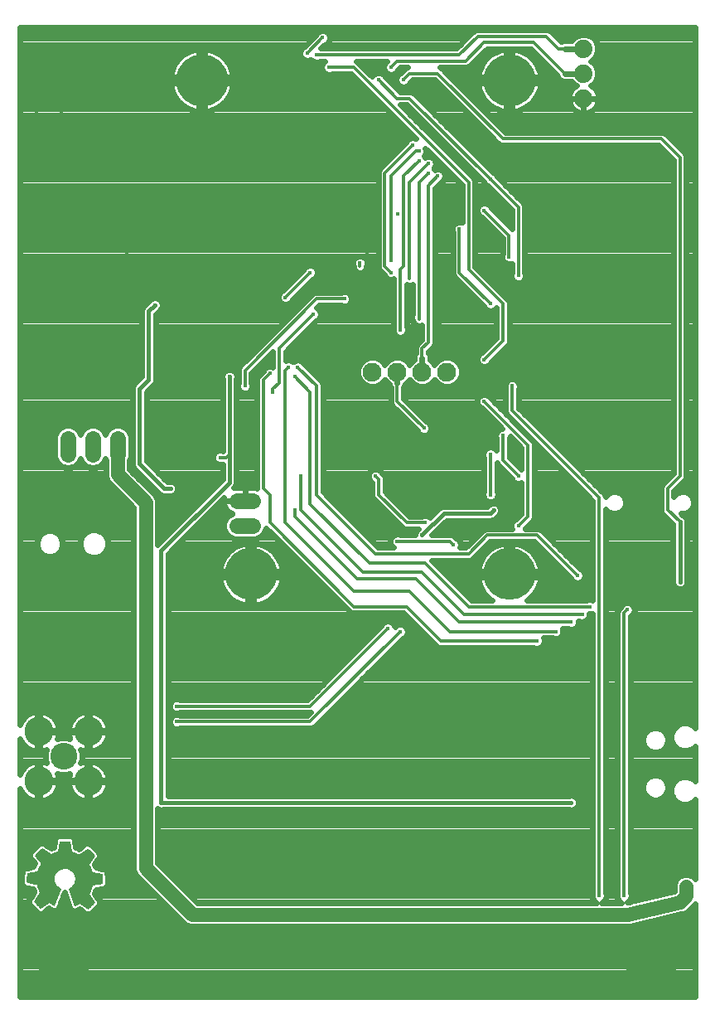
<source format=gbl>
G75*
%MOIN*%
%OFA0B0*%
%FSLAX25Y25*%
%IPPOS*%
%LPD*%
%AMOC8*
5,1,8,0,0,1.08239X$1,22.5*
%
%ADD10C,0.10800*%
%ADD11C,0.11700*%
%ADD12C,0.20866*%
%ADD13C,0.07600*%
%ADD14C,0.07400*%
%ADD15C,0.06480*%
%ADD16C,0.00200*%
%ADD17C,0.02362*%
%ADD18C,0.01781*%
%ADD19C,0.23622*%
%ADD20C,0.01200*%
%ADD21C,0.01600*%
%ADD22C,0.02400*%
%ADD23C,0.05600*%
D10*
X0034493Y0100791D03*
D11*
X0024493Y0090791D03*
X0024493Y0110791D03*
X0044493Y0110791D03*
X0044493Y0090791D03*
D12*
X0109908Y0174041D03*
X0213845Y0174041D03*
X0213845Y0372575D03*
X0090095Y0372575D03*
D13*
X0158743Y0255291D03*
X0168743Y0255291D03*
X0178743Y0255291D03*
X0188743Y0255291D03*
D14*
X0243743Y0365291D03*
X0243743Y0375291D03*
X0243743Y0385291D03*
D15*
X0110733Y0203431D02*
X0104253Y0203431D01*
X0104253Y0193431D02*
X0110733Y0193431D01*
X0056243Y0222051D02*
X0056243Y0228531D01*
X0046243Y0228531D02*
X0046243Y0222051D01*
X0036243Y0222051D02*
X0036243Y0228531D01*
D16*
X0036793Y0066641D02*
X0032993Y0066641D01*
X0032393Y0062541D01*
X0030993Y0062141D01*
X0030193Y0061741D01*
X0029293Y0061341D01*
X0025893Y0063741D01*
X0024293Y0062341D01*
X0023593Y0061641D01*
X0022993Y0060941D01*
X0025493Y0057741D01*
X0024993Y0056941D01*
X0024593Y0056241D01*
X0024393Y0055641D01*
X0023993Y0054541D01*
X0019893Y0053841D01*
X0019793Y0052841D01*
X0019693Y0052041D01*
X0019693Y0051141D01*
X0019793Y0050041D01*
X0023793Y0049341D01*
X0023993Y0048641D01*
X0024593Y0046841D01*
X0025093Y0046041D01*
X0022693Y0042441D01*
X0023893Y0041041D01*
X0025193Y0039741D01*
X0028493Y0042141D01*
X0030593Y0040941D01*
X0033193Y0047641D01*
X0032488Y0047999D01*
X0031862Y0048483D01*
X0031338Y0049075D01*
X0030934Y0049755D01*
X0030665Y0050499D01*
X0030540Y0051280D01*
X0030564Y0052071D01*
X0030735Y0052843D01*
X0031049Y0053569D01*
X0031493Y0054223D01*
X0032051Y0054783D01*
X0032705Y0055228D01*
X0033431Y0055543D01*
X0034202Y0055716D01*
X0034993Y0055741D01*
X0035770Y0055679D01*
X0036523Y0055474D01*
X0037224Y0055133D01*
X0037849Y0054667D01*
X0038377Y0054093D01*
X0038789Y0053431D01*
X0039071Y0052704D01*
X0039213Y0051937D01*
X0039210Y0051158D01*
X0039062Y0050392D01*
X0038775Y0049667D01*
X0038358Y0049008D01*
X0037825Y0048439D01*
X0037197Y0047978D01*
X0036493Y0047641D01*
X0038893Y0040841D01*
X0039493Y0041141D01*
X0040193Y0041441D01*
X0040893Y0041841D01*
X0044293Y0039541D01*
X0044893Y0040041D01*
X0046293Y0041441D01*
X0046893Y0042141D01*
X0044493Y0045341D01*
X0044893Y0046141D01*
X0045293Y0047041D01*
X0045693Y0048041D01*
X0045893Y0049041D01*
X0050093Y0049741D01*
X0050093Y0052341D01*
X0049993Y0053541D01*
X0045993Y0054141D01*
X0045393Y0055741D01*
X0044993Y0056641D01*
X0044493Y0057541D01*
X0046793Y0060941D01*
X0046193Y0061641D01*
X0044793Y0063041D01*
X0044093Y0063641D01*
X0040693Y0061241D01*
X0038693Y0062241D01*
X0037593Y0062541D01*
X0036793Y0066641D01*
X0036821Y0066499D02*
X0032972Y0066499D01*
X0032943Y0066300D02*
X0036860Y0066300D01*
X0036898Y0066102D02*
X0032914Y0066102D01*
X0032885Y0065903D02*
X0036937Y0065903D01*
X0036976Y0065705D02*
X0032856Y0065705D01*
X0032827Y0065506D02*
X0037015Y0065506D01*
X0037053Y0065308D02*
X0032798Y0065308D01*
X0032769Y0065109D02*
X0037092Y0065109D01*
X0037131Y0064911D02*
X0032740Y0064911D01*
X0032711Y0064712D02*
X0037169Y0064712D01*
X0037208Y0064514D02*
X0032682Y0064514D01*
X0032653Y0064315D02*
X0037247Y0064315D01*
X0037286Y0064117D02*
X0032624Y0064117D01*
X0032595Y0063918D02*
X0037324Y0063918D01*
X0037363Y0063720D02*
X0032565Y0063720D01*
X0032536Y0063521D02*
X0037402Y0063521D01*
X0037441Y0063323D02*
X0032507Y0063323D01*
X0032478Y0063124D02*
X0037479Y0063124D01*
X0037518Y0062926D02*
X0032449Y0062926D01*
X0032420Y0062727D02*
X0037557Y0062727D01*
X0037640Y0062529D02*
X0032348Y0062529D01*
X0031653Y0062330D02*
X0038368Y0062330D01*
X0038913Y0062132D02*
X0030973Y0062132D01*
X0030576Y0061933D02*
X0039310Y0061933D01*
X0039707Y0061734D02*
X0030178Y0061734D01*
X0029731Y0061536D02*
X0040104Y0061536D01*
X0040501Y0061337D02*
X0023333Y0061337D01*
X0023162Y0061139D02*
X0046624Y0061139D01*
X0046792Y0060940D02*
X0022994Y0060940D01*
X0023149Y0060742D02*
X0046658Y0060742D01*
X0046524Y0060543D02*
X0023304Y0060543D01*
X0023459Y0060345D02*
X0046390Y0060345D01*
X0046255Y0060146D02*
X0023614Y0060146D01*
X0023769Y0059948D02*
X0046121Y0059948D01*
X0045987Y0059749D02*
X0023924Y0059749D01*
X0024079Y0059551D02*
X0045852Y0059551D01*
X0045718Y0059352D02*
X0024234Y0059352D01*
X0024390Y0059154D02*
X0045584Y0059154D01*
X0045450Y0058955D02*
X0024545Y0058955D01*
X0024700Y0058757D02*
X0045315Y0058757D01*
X0045181Y0058558D02*
X0024855Y0058558D01*
X0025010Y0058360D02*
X0045047Y0058360D01*
X0044912Y0058161D02*
X0025165Y0058161D01*
X0025320Y0057963D02*
X0044778Y0057963D01*
X0044644Y0057764D02*
X0025475Y0057764D01*
X0025383Y0057566D02*
X0044510Y0057566D01*
X0044590Y0057367D02*
X0025259Y0057367D01*
X0025135Y0057169D02*
X0044700Y0057169D01*
X0044810Y0056970D02*
X0025011Y0056970D01*
X0024896Y0056772D02*
X0044921Y0056772D01*
X0045023Y0056573D02*
X0024783Y0056573D01*
X0024669Y0056375D02*
X0045112Y0056375D01*
X0045200Y0056176D02*
X0024571Y0056176D01*
X0024505Y0055978D02*
X0045288Y0055978D01*
X0045376Y0055779D02*
X0024439Y0055779D01*
X0024371Y0055581D02*
X0033598Y0055581D01*
X0033060Y0055382D02*
X0024299Y0055382D01*
X0024227Y0055184D02*
X0032639Y0055184D01*
X0032348Y0054985D02*
X0024154Y0054985D01*
X0024082Y0054787D02*
X0032056Y0054787D01*
X0031856Y0054588D02*
X0024010Y0054588D01*
X0023104Y0054390D02*
X0031658Y0054390D01*
X0031471Y0054191D02*
X0021941Y0054191D01*
X0020779Y0053993D02*
X0031336Y0053993D01*
X0031201Y0053794D02*
X0019888Y0053794D01*
X0019868Y0053596D02*
X0031067Y0053596D01*
X0030974Y0053397D02*
X0019849Y0053397D01*
X0019829Y0053199D02*
X0030889Y0053199D01*
X0030803Y0053000D02*
X0019809Y0053000D01*
X0019788Y0052801D02*
X0030726Y0052801D01*
X0030682Y0052603D02*
X0019763Y0052603D01*
X0019738Y0052404D02*
X0030638Y0052404D01*
X0030594Y0052206D02*
X0019714Y0052206D01*
X0019693Y0052007D02*
X0030562Y0052007D01*
X0030556Y0051809D02*
X0019693Y0051809D01*
X0019693Y0051610D02*
X0030550Y0051610D01*
X0030544Y0051412D02*
X0019693Y0051412D01*
X0019693Y0051213D02*
X0030551Y0051213D01*
X0030582Y0051015D02*
X0019705Y0051015D01*
X0019723Y0050816D02*
X0030614Y0050816D01*
X0030646Y0050618D02*
X0019741Y0050618D01*
X0019759Y0050419D02*
X0030694Y0050419D01*
X0030765Y0050221D02*
X0019777Y0050221D01*
X0019902Y0050022D02*
X0030837Y0050022D01*
X0030909Y0049824D02*
X0021036Y0049824D01*
X0022170Y0049625D02*
X0031011Y0049625D01*
X0031129Y0049427D02*
X0023305Y0049427D01*
X0023825Y0049228D02*
X0031247Y0049228D01*
X0031378Y0049030D02*
X0023882Y0049030D01*
X0023939Y0048831D02*
X0031553Y0048831D01*
X0031729Y0048633D02*
X0023996Y0048633D01*
X0024062Y0048434D02*
X0031924Y0048434D01*
X0032181Y0048236D02*
X0024128Y0048236D01*
X0024194Y0048037D02*
X0032438Y0048037D01*
X0032804Y0047839D02*
X0024261Y0047839D01*
X0024327Y0047640D02*
X0033193Y0047640D01*
X0033116Y0047442D02*
X0024393Y0047442D01*
X0024459Y0047243D02*
X0033039Y0047243D01*
X0032961Y0047045D02*
X0024525Y0047045D01*
X0024591Y0046846D02*
X0032884Y0046846D01*
X0032807Y0046648D02*
X0024714Y0046648D01*
X0024838Y0046449D02*
X0032730Y0046449D01*
X0032653Y0046251D02*
X0024962Y0046251D01*
X0025086Y0046052D02*
X0032576Y0046052D01*
X0032499Y0045854D02*
X0024968Y0045854D01*
X0024836Y0045655D02*
X0032422Y0045655D01*
X0032345Y0045457D02*
X0024703Y0045457D01*
X0024571Y0045258D02*
X0032268Y0045258D01*
X0032191Y0045060D02*
X0024439Y0045060D01*
X0024306Y0044861D02*
X0032114Y0044861D01*
X0032037Y0044663D02*
X0024174Y0044663D01*
X0024041Y0044464D02*
X0031960Y0044464D01*
X0031883Y0044266D02*
X0023909Y0044266D01*
X0023777Y0044067D02*
X0031806Y0044067D01*
X0031729Y0043868D02*
X0023644Y0043868D01*
X0023512Y0043670D02*
X0031652Y0043670D01*
X0031575Y0043471D02*
X0023380Y0043471D01*
X0023247Y0043273D02*
X0031498Y0043273D01*
X0031421Y0043074D02*
X0023115Y0043074D01*
X0022983Y0042876D02*
X0031344Y0042876D01*
X0031267Y0042677D02*
X0022850Y0042677D01*
X0022718Y0042479D02*
X0031190Y0042479D01*
X0031113Y0042280D02*
X0022831Y0042280D01*
X0023001Y0042082D02*
X0028411Y0042082D01*
X0028597Y0042082D02*
X0031036Y0042082D01*
X0030959Y0041883D02*
X0028944Y0041883D01*
X0029292Y0041685D02*
X0030882Y0041685D01*
X0030805Y0041486D02*
X0029639Y0041486D01*
X0029987Y0041288D02*
X0030727Y0041288D01*
X0030650Y0041089D02*
X0030334Y0041089D01*
X0028138Y0041883D02*
X0023171Y0041883D01*
X0023341Y0041685D02*
X0027865Y0041685D01*
X0027592Y0041486D02*
X0023512Y0041486D01*
X0023682Y0041288D02*
X0027319Y0041288D01*
X0027047Y0041089D02*
X0023852Y0041089D01*
X0024044Y0040891D02*
X0026774Y0040891D01*
X0026501Y0040692D02*
X0024242Y0040692D01*
X0024441Y0040494D02*
X0026228Y0040494D01*
X0025955Y0040295D02*
X0024639Y0040295D01*
X0024838Y0040097D02*
X0025682Y0040097D01*
X0025409Y0039898D02*
X0025036Y0039898D01*
X0037685Y0044266D02*
X0045300Y0044266D01*
X0045151Y0044464D02*
X0037614Y0044464D01*
X0037544Y0044663D02*
X0045002Y0044663D01*
X0044853Y0044861D02*
X0037474Y0044861D01*
X0037404Y0045060D02*
X0044704Y0045060D01*
X0044555Y0045258D02*
X0037334Y0045258D01*
X0037264Y0045457D02*
X0044551Y0045457D01*
X0044650Y0045655D02*
X0037194Y0045655D01*
X0037124Y0045854D02*
X0044749Y0045854D01*
X0044848Y0046052D02*
X0037054Y0046052D01*
X0036984Y0046251D02*
X0044942Y0046251D01*
X0045030Y0046449D02*
X0036914Y0046449D01*
X0036844Y0046648D02*
X0045118Y0046648D01*
X0045206Y0046846D02*
X0036774Y0046846D01*
X0036704Y0047045D02*
X0045294Y0047045D01*
X0045374Y0047243D02*
X0036634Y0047243D01*
X0036564Y0047442D02*
X0045453Y0047442D01*
X0045533Y0047640D02*
X0036493Y0047640D01*
X0036906Y0047839D02*
X0045612Y0047839D01*
X0045691Y0048037D02*
X0037278Y0048037D01*
X0037549Y0048236D02*
X0045732Y0048236D01*
X0045772Y0048434D02*
X0037820Y0048434D01*
X0038007Y0048633D02*
X0045811Y0048633D01*
X0045851Y0048831D02*
X0038192Y0048831D01*
X0038371Y0049030D02*
X0045891Y0049030D01*
X0047015Y0049228D02*
X0038497Y0049228D01*
X0038623Y0049427D02*
X0048206Y0049427D01*
X0049397Y0049625D02*
X0038748Y0049625D01*
X0038837Y0049824D02*
X0050093Y0049824D01*
X0050093Y0050022D02*
X0038916Y0050022D01*
X0038994Y0050221D02*
X0050093Y0050221D01*
X0050093Y0050419D02*
X0039068Y0050419D01*
X0039106Y0050618D02*
X0050093Y0050618D01*
X0050093Y0050816D02*
X0039144Y0050816D01*
X0039182Y0051015D02*
X0050093Y0051015D01*
X0050093Y0051213D02*
X0039210Y0051213D01*
X0039211Y0051412D02*
X0050093Y0051412D01*
X0050093Y0051610D02*
X0039212Y0051610D01*
X0039212Y0051809D02*
X0050093Y0051809D01*
X0050093Y0052007D02*
X0039200Y0052007D01*
X0039163Y0052206D02*
X0050093Y0052206D01*
X0050088Y0052404D02*
X0039126Y0052404D01*
X0039090Y0052603D02*
X0050071Y0052603D01*
X0050055Y0052801D02*
X0039033Y0052801D01*
X0038956Y0053000D02*
X0050038Y0053000D01*
X0050022Y0053199D02*
X0038879Y0053199D01*
X0038802Y0053397D02*
X0050005Y0053397D01*
X0049632Y0053596D02*
X0038687Y0053596D01*
X0038563Y0053794D02*
X0048308Y0053794D01*
X0046985Y0053993D02*
X0038439Y0053993D01*
X0038287Y0054191D02*
X0045974Y0054191D01*
X0045900Y0054390D02*
X0038104Y0054390D01*
X0037921Y0054588D02*
X0045826Y0054588D01*
X0045751Y0054787D02*
X0037688Y0054787D01*
X0037422Y0054985D02*
X0045677Y0054985D01*
X0045602Y0055184D02*
X0037119Y0055184D01*
X0036711Y0055382D02*
X0045528Y0055382D01*
X0045453Y0055581D02*
X0036132Y0055581D01*
X0040829Y0061337D02*
X0046453Y0061337D01*
X0046283Y0061536D02*
X0041110Y0061536D01*
X0041392Y0061734D02*
X0046100Y0061734D01*
X0045901Y0061933D02*
X0041673Y0061933D01*
X0041954Y0062132D02*
X0045703Y0062132D01*
X0045504Y0062330D02*
X0042235Y0062330D01*
X0042517Y0062529D02*
X0045306Y0062529D01*
X0045107Y0062727D02*
X0042798Y0062727D01*
X0043079Y0062926D02*
X0044909Y0062926D01*
X0044697Y0063124D02*
X0043360Y0063124D01*
X0043641Y0063323D02*
X0044465Y0063323D01*
X0044233Y0063521D02*
X0043923Y0063521D01*
X0045449Y0044067D02*
X0037755Y0044067D01*
X0037825Y0043868D02*
X0045598Y0043868D01*
X0045747Y0043670D02*
X0037895Y0043670D01*
X0037965Y0043471D02*
X0045895Y0043471D01*
X0046044Y0043273D02*
X0038035Y0043273D01*
X0038105Y0043074D02*
X0046193Y0043074D01*
X0046342Y0042876D02*
X0038175Y0042876D01*
X0038245Y0042677D02*
X0046491Y0042677D01*
X0046640Y0042479D02*
X0038315Y0042479D01*
X0038385Y0042280D02*
X0046789Y0042280D01*
X0046842Y0042082D02*
X0038455Y0042082D01*
X0038525Y0041883D02*
X0046672Y0041883D01*
X0046502Y0041685D02*
X0041124Y0041685D01*
X0041418Y0041486D02*
X0046332Y0041486D01*
X0046140Y0041288D02*
X0041711Y0041288D01*
X0042005Y0041089D02*
X0045941Y0041089D01*
X0045743Y0040891D02*
X0042298Y0040891D01*
X0042592Y0040692D02*
X0045544Y0040692D01*
X0045345Y0040494D02*
X0042885Y0040494D01*
X0043179Y0040295D02*
X0045147Y0040295D01*
X0044948Y0040097D02*
X0043472Y0040097D01*
X0043765Y0039898D02*
X0044721Y0039898D01*
X0044483Y0039700D02*
X0044059Y0039700D01*
X0040619Y0041685D02*
X0038595Y0041685D01*
X0038665Y0041486D02*
X0040272Y0041486D01*
X0039835Y0041288D02*
X0038735Y0041288D01*
X0038806Y0041089D02*
X0039389Y0041089D01*
X0038992Y0040891D02*
X0038876Y0040891D01*
X0029017Y0061536D02*
X0023503Y0061536D01*
X0023686Y0061734D02*
X0028736Y0061734D01*
X0028455Y0061933D02*
X0023885Y0061933D01*
X0024083Y0062132D02*
X0028174Y0062132D01*
X0027892Y0062330D02*
X0024282Y0062330D01*
X0024507Y0062529D02*
X0027611Y0062529D01*
X0027330Y0062727D02*
X0024734Y0062727D01*
X0024961Y0062926D02*
X0027049Y0062926D01*
X0026767Y0063124D02*
X0025188Y0063124D01*
X0025414Y0063323D02*
X0026486Y0063323D01*
X0026205Y0063521D02*
X0025641Y0063521D01*
X0025868Y0063720D02*
X0025924Y0063720D01*
D17*
X0016962Y0087988D02*
X0016962Y0004150D01*
X0288615Y0004150D01*
X0288615Y0041542D01*
X0287701Y0040628D01*
X0286266Y0039193D01*
X0286058Y0038856D01*
X0285600Y0038527D01*
X0285201Y0038128D01*
X0284835Y0037976D01*
X0284514Y0037745D01*
X0283965Y0037616D01*
X0283444Y0037400D01*
X0283048Y0037400D01*
X0262715Y0032616D01*
X0262194Y0032400D01*
X0261798Y0032400D01*
X0261412Y0032309D01*
X0260856Y0032400D01*
X0085292Y0032400D01*
X0083535Y0033128D01*
X0082190Y0034473D01*
X0063440Y0053223D01*
X0062712Y0054980D01*
X0062712Y0200811D01*
X0052190Y0211333D01*
X0051462Y0213090D01*
X0051462Y0219951D01*
X0051243Y0220479D01*
X0050669Y0219094D01*
X0049201Y0217625D01*
X0047282Y0216830D01*
X0045204Y0216830D01*
X0043286Y0217625D01*
X0041817Y0219094D01*
X0041243Y0220479D01*
X0040669Y0219094D01*
X0039201Y0217625D01*
X0037282Y0216830D01*
X0035204Y0216830D01*
X0033286Y0217625D01*
X0031817Y0219094D01*
X0031022Y0221013D01*
X0031022Y0229570D01*
X0031817Y0231489D01*
X0033286Y0232958D01*
X0035204Y0233752D01*
X0037282Y0233752D01*
X0039201Y0232958D01*
X0040669Y0231489D01*
X0041243Y0230104D01*
X0041817Y0231489D01*
X0043286Y0232958D01*
X0045204Y0233752D01*
X0047282Y0233752D01*
X0049201Y0232958D01*
X0050669Y0231489D01*
X0051243Y0230104D01*
X0051817Y0231489D01*
X0053286Y0232958D01*
X0055204Y0233752D01*
X0057282Y0233752D01*
X0059201Y0232958D01*
X0060669Y0231489D01*
X0061464Y0229570D01*
X0061464Y0221013D01*
X0061024Y0219951D01*
X0061024Y0216022D01*
X0070201Y0206845D01*
X0071546Y0205500D01*
X0072274Y0203742D01*
X0072274Y0185895D01*
X0098462Y0212083D01*
X0098462Y0218224D01*
X0098064Y0218059D01*
X0096922Y0218059D01*
X0095866Y0218497D01*
X0095059Y0219304D01*
X0094621Y0220360D01*
X0094621Y0221502D01*
X0095059Y0222558D01*
X0095866Y0223366D01*
X0096922Y0223803D01*
X0098064Y0223803D01*
X0098462Y0223638D01*
X0098462Y0252627D01*
X0098371Y0252845D01*
X0098371Y0253988D01*
X0098809Y0255043D01*
X0099616Y0255851D01*
X0100672Y0256288D01*
X0101814Y0256288D01*
X0102870Y0255851D01*
X0103677Y0255043D01*
X0104115Y0253988D01*
X0104115Y0252845D01*
X0104024Y0252627D01*
X0104024Y0210378D01*
X0103601Y0209356D01*
X0102954Y0208709D01*
X0102984Y0208719D01*
X0103826Y0208852D01*
X0107493Y0208852D01*
X0107493Y0203431D01*
X0098832Y0203431D01*
X0098832Y0203004D01*
X0098965Y0202162D01*
X0099229Y0201350D01*
X0099616Y0200590D01*
X0100118Y0199899D01*
X0100721Y0199296D01*
X0101412Y0198795D01*
X0102172Y0198407D01*
X0102425Y0198325D01*
X0101296Y0197857D01*
X0099827Y0196389D01*
X0099032Y0194470D01*
X0099032Y0192393D01*
X0099827Y0190474D01*
X0101296Y0189005D01*
X0103214Y0188210D01*
X0111772Y0188210D01*
X0113691Y0189005D01*
X0115159Y0190474D01*
X0115954Y0192393D01*
X0115954Y0192570D01*
X0116031Y0192493D01*
X0149781Y0158743D01*
X0150730Y0158350D01*
X0171424Y0158350D01*
X0184781Y0144993D01*
X0185730Y0144600D01*
X0223720Y0144600D01*
X0224422Y0144309D01*
X0225564Y0144309D01*
X0226620Y0144747D01*
X0227427Y0145554D01*
X0227865Y0146610D01*
X0227865Y0147752D01*
X0227617Y0148350D01*
X0231220Y0148350D01*
X0231922Y0148059D01*
X0233064Y0148059D01*
X0234120Y0148497D01*
X0234927Y0149304D01*
X0235365Y0150360D01*
X0235365Y0151502D01*
X0235117Y0152100D01*
X0237470Y0152100D01*
X0238172Y0151809D01*
X0239314Y0151809D01*
X0240370Y0152247D01*
X0241177Y0153054D01*
X0241615Y0154110D01*
X0241615Y0155225D01*
X0241845Y0155225D01*
X0242547Y0154934D01*
X0243689Y0154934D01*
X0244745Y0155372D01*
X0245552Y0156179D01*
X0245990Y0157235D01*
X0245990Y0158059D01*
X0246814Y0158059D01*
X0247412Y0158307D01*
X0247412Y0045954D01*
X0247121Y0045252D01*
X0247121Y0044110D01*
X0247559Y0043054D01*
X0248366Y0042247D01*
X0249053Y0041962D01*
X0088223Y0041962D01*
X0072274Y0057911D01*
X0072274Y0079681D01*
X0073172Y0079309D01*
X0074314Y0079309D01*
X0074533Y0079400D01*
X0237953Y0079400D01*
X0238172Y0079309D01*
X0239314Y0079309D01*
X0240370Y0079747D01*
X0241177Y0080554D01*
X0241615Y0081610D01*
X0241615Y0082752D01*
X0241177Y0083808D01*
X0240370Y0084616D01*
X0239314Y0085053D01*
X0238172Y0085053D01*
X0237953Y0084962D01*
X0076524Y0084962D01*
X0076524Y0182279D01*
X0098975Y0204730D01*
X0098965Y0204701D01*
X0098832Y0203858D01*
X0098832Y0203431D01*
X0107493Y0203431D01*
X0107493Y0203431D01*
X0107493Y0203431D01*
X0107493Y0208852D01*
X0111160Y0208852D01*
X0112002Y0208719D01*
X0112412Y0208586D01*
X0112412Y0252695D01*
X0112805Y0253643D01*
X0114768Y0255606D01*
X0115059Y0256308D01*
X0115866Y0257116D01*
X0116922Y0257553D01*
X0118064Y0257553D01*
X0118662Y0257305D01*
X0118662Y0263450D01*
X0110074Y0254862D01*
X0110074Y0250954D01*
X0110365Y0250252D01*
X0110365Y0249110D01*
X0109927Y0248054D01*
X0109120Y0247247D01*
X0108064Y0246809D01*
X0106922Y0246809D01*
X0105866Y0247247D01*
X0105059Y0248054D01*
X0104621Y0249110D01*
X0104621Y0250252D01*
X0104912Y0250954D01*
X0104912Y0256445D01*
X0105305Y0257393D01*
X0106031Y0258119D01*
X0134781Y0286869D01*
X0135730Y0287262D01*
X0146220Y0287262D01*
X0146922Y0287553D01*
X0148064Y0287553D01*
X0149120Y0287116D01*
X0149927Y0286308D01*
X0150365Y0285252D01*
X0150365Y0284110D01*
X0149927Y0283054D01*
X0149120Y0282247D01*
X0148064Y0281809D01*
X0146922Y0281809D01*
X0146220Y0282100D01*
X0137312Y0282100D01*
X0136236Y0281024D01*
X0136620Y0280866D01*
X0137427Y0280058D01*
X0137865Y0279002D01*
X0137865Y0277860D01*
X0137427Y0276804D01*
X0136620Y0275997D01*
X0135918Y0275706D01*
X0123824Y0263612D01*
X0123824Y0259805D01*
X0124422Y0260053D01*
X0125564Y0260053D01*
X0126620Y0259616D01*
X0126868Y0259367D01*
X0127116Y0259616D01*
X0128172Y0260053D01*
X0129314Y0260053D01*
X0130370Y0259616D01*
X0131177Y0258808D01*
X0131468Y0258106D01*
X0138431Y0251143D01*
X0138824Y0250195D01*
X0138824Y0207000D01*
X0161062Y0184762D01*
X0167101Y0184762D01*
X0166309Y0185554D01*
X0165871Y0186610D01*
X0165871Y0187752D01*
X0166309Y0188808D01*
X0167116Y0189616D01*
X0168172Y0190053D01*
X0169314Y0190053D01*
X0170016Y0189762D01*
X0175871Y0189762D01*
X0175871Y0190252D01*
X0176309Y0191308D01*
X0177101Y0192100D01*
X0171980Y0192100D01*
X0171031Y0192493D01*
X0159781Y0203743D01*
X0159055Y0204469D01*
X0158662Y0205418D01*
X0158662Y0210874D01*
X0158366Y0210997D01*
X0157559Y0211804D01*
X0157121Y0212860D01*
X0157121Y0214002D01*
X0157559Y0215058D01*
X0158366Y0215866D01*
X0159422Y0216303D01*
X0160564Y0216303D01*
X0161620Y0215866D01*
X0162427Y0215058D01*
X0162718Y0214356D01*
X0163431Y0213643D01*
X0163824Y0212695D01*
X0163824Y0207000D01*
X0173562Y0197262D01*
X0178720Y0197262D01*
X0179422Y0197553D01*
X0180564Y0197553D01*
X0181620Y0197116D01*
X0181932Y0196803D01*
X0185135Y0200006D01*
X0185918Y0200789D01*
X0186940Y0201212D01*
X0197953Y0201212D01*
X0198172Y0201303D01*
X0199314Y0201303D01*
X0199533Y0201212D01*
X0205019Y0201212D01*
X0205059Y0201308D01*
X0205866Y0202116D01*
X0206922Y0202553D01*
X0208064Y0202553D01*
X0209120Y0202116D01*
X0209927Y0201308D01*
X0210365Y0200252D01*
X0210365Y0199110D01*
X0209927Y0198054D01*
X0209120Y0197247D01*
X0208901Y0197156D01*
X0208601Y0196856D01*
X0207818Y0196073D01*
X0206796Y0195650D01*
X0199533Y0195650D01*
X0199314Y0195559D01*
X0198172Y0195559D01*
X0197953Y0195650D01*
X0188645Y0195650D01*
X0182757Y0189762D01*
X0190506Y0189762D01*
X0191455Y0189369D01*
X0192168Y0188656D01*
X0192870Y0188366D01*
X0193677Y0187558D01*
X0194115Y0186502D01*
X0194115Y0185360D01*
X0193867Y0184762D01*
X0196424Y0184762D01*
X0203531Y0191869D01*
X0204480Y0192262D01*
X0214869Y0192262D01*
X0214621Y0192860D01*
X0214621Y0194002D01*
X0215059Y0195058D01*
X0215866Y0195866D01*
X0216568Y0196156D01*
X0218662Y0198250D01*
X0218662Y0210786D01*
X0218079Y0210545D01*
X0216937Y0210545D01*
X0215881Y0210982D01*
X0215073Y0211790D01*
X0214783Y0212491D01*
X0209055Y0218219D01*
X0208824Y0218776D01*
X0208824Y0207204D01*
X0209115Y0206502D01*
X0209115Y0205360D01*
X0208677Y0204304D01*
X0207870Y0203497D01*
X0206814Y0203059D01*
X0205672Y0203059D01*
X0204616Y0203497D01*
X0203809Y0204304D01*
X0203371Y0205360D01*
X0203371Y0206502D01*
X0203662Y0207204D01*
X0203662Y0220908D01*
X0203371Y0221610D01*
X0203371Y0222752D01*
X0203809Y0223808D01*
X0204616Y0224616D01*
X0205672Y0225053D01*
X0206814Y0225053D01*
X0207870Y0224616D01*
X0208662Y0223823D01*
X0208662Y0228408D01*
X0208371Y0229110D01*
X0208371Y0230252D01*
X0208809Y0231308D01*
X0209616Y0232116D01*
X0210672Y0232553D01*
X0210971Y0232553D01*
X0202818Y0240706D01*
X0202116Y0240997D01*
X0201309Y0241804D01*
X0200871Y0242860D01*
X0200871Y0244002D01*
X0201309Y0245058D01*
X0202116Y0245866D01*
X0203172Y0246303D01*
X0204314Y0246303D01*
X0205370Y0245866D01*
X0206177Y0245058D01*
X0206468Y0244356D01*
X0223431Y0227393D01*
X0223824Y0226445D01*
X0223824Y0196668D01*
X0223431Y0195719D01*
X0222705Y0194993D01*
X0220218Y0192506D01*
X0220117Y0192262D01*
X0225506Y0192262D01*
X0226455Y0191869D01*
X0227181Y0191143D01*
X0242168Y0176156D01*
X0242870Y0175866D01*
X0243677Y0175058D01*
X0244115Y0174002D01*
X0244115Y0172860D01*
X0243677Y0171804D01*
X0242870Y0170997D01*
X0241814Y0170559D01*
X0240672Y0170559D01*
X0239616Y0170997D01*
X0238809Y0171804D01*
X0238518Y0172506D01*
X0223924Y0187100D01*
X0206062Y0187100D01*
X0199681Y0180719D01*
X0198955Y0179993D01*
X0198006Y0179600D01*
X0182474Y0179600D01*
X0198562Y0163512D01*
X0206898Y0163512D01*
X0206322Y0163897D01*
X0205364Y0164684D01*
X0204488Y0165560D01*
X0203701Y0166518D01*
X0203013Y0167549D01*
X0202429Y0168642D01*
X0201954Y0169787D01*
X0201595Y0170973D01*
X0201353Y0172188D01*
X0201287Y0172860D01*
X0205971Y0172860D01*
X0205971Y0175222D01*
X0201287Y0175222D01*
X0201353Y0175894D01*
X0201595Y0177110D01*
X0201954Y0178296D01*
X0202429Y0179441D01*
X0203013Y0180534D01*
X0203701Y0181565D01*
X0204488Y0182523D01*
X0205364Y0183399D01*
X0206322Y0184185D01*
X0207353Y0184874D01*
X0208446Y0185458D01*
X0209591Y0185932D01*
X0210777Y0186292D01*
X0211992Y0186534D01*
X0212664Y0186600D01*
X0212664Y0181915D01*
X0215026Y0181915D01*
X0215026Y0186600D01*
X0215699Y0186534D01*
X0216914Y0186292D01*
X0218100Y0185932D01*
X0219245Y0185458D01*
X0220338Y0184874D01*
X0221369Y0184185D01*
X0222327Y0183399D01*
X0223203Y0182523D01*
X0223989Y0181565D01*
X0224678Y0180534D01*
X0225262Y0179441D01*
X0225737Y0178296D01*
X0226096Y0177110D01*
X0226338Y0175894D01*
X0226404Y0175222D01*
X0221719Y0175222D01*
X0221719Y0172860D01*
X0226404Y0172860D01*
X0226338Y0172188D01*
X0226096Y0170973D01*
X0225737Y0169787D01*
X0225262Y0168642D01*
X0224678Y0167549D01*
X0223989Y0166518D01*
X0223203Y0165560D01*
X0222327Y0164684D01*
X0221369Y0163897D01*
X0220792Y0163512D01*
X0244970Y0163512D01*
X0245672Y0163803D01*
X0246814Y0163803D01*
X0247412Y0163555D01*
X0247412Y0203612D01*
X0213531Y0237493D01*
X0212805Y0238219D01*
X0212412Y0239168D01*
X0212412Y0248408D01*
X0212121Y0249110D01*
X0212121Y0250252D01*
X0212559Y0251308D01*
X0213366Y0252116D01*
X0214422Y0252553D01*
X0215564Y0252553D01*
X0216620Y0252116D01*
X0217427Y0251308D01*
X0217865Y0250252D01*
X0217865Y0249110D01*
X0217574Y0248408D01*
X0217574Y0240750D01*
X0252181Y0206143D01*
X0252527Y0205308D01*
X0253682Y0206463D01*
X0255273Y0207122D01*
X0256996Y0207122D01*
X0258588Y0206463D01*
X0259806Y0205244D01*
X0260465Y0203653D01*
X0260465Y0201930D01*
X0259806Y0200338D01*
X0258588Y0199120D01*
X0256996Y0198461D01*
X0255273Y0198461D01*
X0253682Y0199120D01*
X0252574Y0200227D01*
X0252574Y0045954D01*
X0252865Y0045252D01*
X0252865Y0044110D01*
X0252427Y0043054D01*
X0251620Y0042247D01*
X0250933Y0041962D01*
X0259053Y0041962D01*
X0258366Y0042247D01*
X0257559Y0043054D01*
X0257121Y0044110D01*
X0257121Y0045252D01*
X0257412Y0045954D01*
X0257412Y0158945D01*
X0257805Y0159893D01*
X0258518Y0160606D01*
X0258809Y0161308D01*
X0259616Y0162116D01*
X0260672Y0162553D01*
X0261814Y0162553D01*
X0262870Y0162116D01*
X0263677Y0161308D01*
X0264115Y0160252D01*
X0264115Y0159110D01*
X0263677Y0158054D01*
X0262870Y0157247D01*
X0262574Y0157124D01*
X0262574Y0045954D01*
X0262865Y0045252D01*
X0262865Y0044110D01*
X0262427Y0043054D01*
X0261620Y0042247D01*
X0261255Y0042096D01*
X0280074Y0046524D01*
X0280212Y0046661D01*
X0280212Y0049382D01*
X0280940Y0051139D01*
X0282285Y0052484D01*
X0284042Y0053212D01*
X0285944Y0053212D01*
X0287701Y0052484D01*
X0288615Y0051571D01*
X0288615Y0083402D01*
X0287603Y0082390D01*
X0285578Y0081551D01*
X0283385Y0081551D01*
X0281359Y0082390D01*
X0279809Y0083941D01*
X0278969Y0085967D01*
X0278969Y0088159D01*
X0279809Y0090185D01*
X0281359Y0091736D01*
X0283385Y0092575D01*
X0285578Y0092575D01*
X0287603Y0091736D01*
X0288615Y0090724D01*
X0288615Y0104859D01*
X0287603Y0103847D01*
X0285578Y0103008D01*
X0283385Y0103008D01*
X0281359Y0103847D01*
X0279809Y0105397D01*
X0278969Y0107423D01*
X0278969Y0109616D01*
X0279809Y0111642D01*
X0281359Y0113192D01*
X0283385Y0114031D01*
X0285578Y0114031D01*
X0287603Y0113192D01*
X0288615Y0112181D01*
X0288615Y0393913D01*
X0016962Y0393913D01*
X0016962Y0113595D01*
X0017275Y0114351D01*
X0017801Y0115263D01*
X0018442Y0116098D01*
X0019186Y0116842D01*
X0020022Y0117483D01*
X0020933Y0118010D01*
X0021906Y0118413D01*
X0022923Y0118685D01*
X0023967Y0118822D01*
X0024049Y0118822D01*
X0024049Y0111235D01*
X0024937Y0111235D01*
X0032524Y0111235D01*
X0032524Y0111318D01*
X0032387Y0112361D01*
X0032114Y0113378D01*
X0031711Y0114351D01*
X0031185Y0115263D01*
X0030544Y0116098D01*
X0029800Y0116842D01*
X0028964Y0117483D01*
X0028053Y0118010D01*
X0027080Y0118413D01*
X0026063Y0118685D01*
X0025019Y0118822D01*
X0024937Y0118822D01*
X0024937Y0111235D01*
X0024937Y0110347D01*
X0024937Y0102760D01*
X0025019Y0102760D01*
X0026063Y0102898D01*
X0027080Y0103170D01*
X0027574Y0103375D01*
X0027112Y0102260D01*
X0027112Y0099323D01*
X0027574Y0098208D01*
X0027080Y0098413D01*
X0026063Y0098685D01*
X0025019Y0098822D01*
X0024937Y0098822D01*
X0024937Y0091235D01*
X0032524Y0091235D01*
X0032524Y0091318D01*
X0032387Y0092361D01*
X0032114Y0093378D01*
X0031910Y0093872D01*
X0033025Y0093410D01*
X0035961Y0093410D01*
X0037076Y0093872D01*
X0036872Y0093378D01*
X0036599Y0092361D01*
X0036462Y0091318D01*
X0036462Y0091235D01*
X0044049Y0091235D01*
X0044049Y0090347D01*
X0044937Y0090347D01*
X0044937Y0082760D01*
X0045019Y0082760D01*
X0046063Y0082898D01*
X0047080Y0083170D01*
X0048053Y0083573D01*
X0048964Y0084099D01*
X0049800Y0084740D01*
X0050544Y0085485D01*
X0051185Y0086320D01*
X0051711Y0087232D01*
X0052114Y0088204D01*
X0052387Y0089221D01*
X0052524Y0090265D01*
X0052524Y0090347D01*
X0044937Y0090347D01*
X0044937Y0091235D01*
X0052524Y0091235D01*
X0052524Y0091318D01*
X0052387Y0092361D01*
X0052114Y0093378D01*
X0051711Y0094351D01*
X0051185Y0095263D01*
X0050544Y0096098D01*
X0049800Y0096842D01*
X0048964Y0097483D01*
X0048053Y0098010D01*
X0047080Y0098413D01*
X0046063Y0098685D01*
X0045019Y0098822D01*
X0044937Y0098822D01*
X0044937Y0091235D01*
X0044049Y0091235D01*
X0044049Y0098822D01*
X0043967Y0098822D01*
X0042923Y0098685D01*
X0041906Y0098413D01*
X0041412Y0098208D01*
X0041874Y0099323D01*
X0041874Y0102260D01*
X0041412Y0103375D01*
X0041906Y0103170D01*
X0042923Y0102898D01*
X0043967Y0102760D01*
X0044049Y0102760D01*
X0044049Y0110347D01*
X0044937Y0110347D01*
X0044937Y0102760D01*
X0045019Y0102760D01*
X0046063Y0102898D01*
X0047080Y0103170D01*
X0048053Y0103573D01*
X0048964Y0104099D01*
X0049800Y0104740D01*
X0050544Y0105485D01*
X0051185Y0106320D01*
X0051711Y0107232D01*
X0052114Y0108204D01*
X0052387Y0109221D01*
X0052524Y0110265D01*
X0052524Y0110347D01*
X0044937Y0110347D01*
X0044937Y0111235D01*
X0052524Y0111235D01*
X0052524Y0111318D01*
X0052387Y0112361D01*
X0052114Y0113378D01*
X0051711Y0114351D01*
X0051185Y0115263D01*
X0050544Y0116098D01*
X0049800Y0116842D01*
X0048964Y0117483D01*
X0048053Y0118010D01*
X0047080Y0118413D01*
X0046063Y0118685D01*
X0045019Y0118822D01*
X0044937Y0118822D01*
X0044937Y0111235D01*
X0044049Y0111235D01*
X0044049Y0110347D01*
X0036462Y0110347D01*
X0036462Y0110265D01*
X0036599Y0109221D01*
X0036872Y0108204D01*
X0037076Y0107711D01*
X0035961Y0108172D01*
X0033025Y0108172D01*
X0031910Y0107711D01*
X0032114Y0108204D01*
X0032387Y0109221D01*
X0032524Y0110265D01*
X0032524Y0110347D01*
X0024937Y0110347D01*
X0024049Y0110347D01*
X0024049Y0102760D01*
X0023967Y0102760D01*
X0022923Y0102898D01*
X0021906Y0103170D01*
X0020933Y0103573D01*
X0020022Y0104099D01*
X0019186Y0104740D01*
X0018442Y0105485D01*
X0017801Y0106320D01*
X0017275Y0107232D01*
X0016962Y0107988D01*
X0016962Y0093595D01*
X0017275Y0094351D01*
X0017801Y0095263D01*
X0018442Y0096098D01*
X0019186Y0096842D01*
X0020022Y0097483D01*
X0020933Y0098010D01*
X0021906Y0098413D01*
X0022923Y0098685D01*
X0023967Y0098822D01*
X0024049Y0098822D01*
X0024049Y0091235D01*
X0024937Y0091235D01*
X0024937Y0090347D01*
X0024937Y0082760D01*
X0025019Y0082760D01*
X0026063Y0082898D01*
X0027080Y0083170D01*
X0028053Y0083573D01*
X0028964Y0084099D01*
X0029800Y0084740D01*
X0030544Y0085485D01*
X0031185Y0086320D01*
X0031711Y0087232D01*
X0032114Y0088204D01*
X0032387Y0089221D01*
X0032524Y0090265D01*
X0032524Y0090347D01*
X0024937Y0090347D01*
X0024049Y0090347D01*
X0024049Y0082760D01*
X0023967Y0082760D01*
X0022923Y0082898D01*
X0021906Y0083170D01*
X0020933Y0083573D01*
X0020022Y0084099D01*
X0019186Y0084740D01*
X0018442Y0085485D01*
X0017801Y0086320D01*
X0017275Y0087232D01*
X0016962Y0087988D01*
X0016962Y0087167D02*
X0017312Y0087167D01*
X0016962Y0084806D02*
X0019121Y0084806D01*
X0016962Y0082445D02*
X0062712Y0082445D01*
X0062712Y0080085D02*
X0016962Y0080085D01*
X0016962Y0077724D02*
X0062712Y0077724D01*
X0062712Y0075363D02*
X0016962Y0075363D01*
X0016962Y0073003D02*
X0062712Y0073003D01*
X0062712Y0070642D02*
X0016962Y0070642D01*
X0016962Y0068281D02*
X0031690Y0068281D01*
X0031629Y0068220D02*
X0031059Y0067796D01*
X0031034Y0067625D01*
X0030912Y0067503D01*
X0030912Y0066793D01*
X0030538Y0064241D01*
X0030235Y0064089D01*
X0029592Y0063906D01*
X0029501Y0063742D01*
X0027296Y0065298D01*
X0026892Y0065760D01*
X0026615Y0065779D01*
X0026389Y0065939D01*
X0025784Y0065834D01*
X0025171Y0065875D01*
X0024963Y0065693D01*
X0024690Y0065646D01*
X0024336Y0065144D01*
X0023511Y0064422D01*
X0023431Y0064422D01*
X0022870Y0063862D01*
X0022634Y0063655D01*
X0022574Y0063650D01*
X0022410Y0063459D01*
X0022274Y0063340D01*
X0022271Y0063297D01*
X0022065Y0063056D01*
X0021512Y0062503D01*
X0021512Y0062425D01*
X0021033Y0062051D01*
X0021004Y0061819D01*
X0020852Y0061641D01*
X0020902Y0060989D01*
X0020822Y0060339D01*
X0020966Y0060155D01*
X0020984Y0059922D01*
X0021481Y0059496D01*
X0022885Y0057699D01*
X0022684Y0057095D01*
X0022358Y0056525D01*
X0022398Y0056380D01*
X0019820Y0055940D01*
X0019242Y0055998D01*
X0019001Y0055800D01*
X0018693Y0055748D01*
X0018357Y0055274D01*
X0017908Y0054906D01*
X0017877Y0054596D01*
X0017697Y0054341D01*
X0017794Y0053768D01*
X0017725Y0053074D01*
X0017717Y0053008D01*
X0017612Y0052903D01*
X0017612Y0052171D01*
X0017571Y0051846D01*
X0017542Y0051811D01*
X0017553Y0051698D01*
X0017521Y0051444D01*
X0017583Y0051364D01*
X0017612Y0051047D01*
X0017612Y0050279D01*
X0017689Y0050203D01*
X0017695Y0050128D01*
X0017594Y0049551D01*
X0017771Y0049300D01*
X0017799Y0048994D01*
X0018249Y0048619D01*
X0018585Y0048140D01*
X0018887Y0048087D01*
X0019123Y0047891D01*
X0019706Y0047944D01*
X0022150Y0047516D01*
X0022229Y0047241D01*
X0022275Y0047215D01*
X0022434Y0046739D01*
X0022371Y0046469D01*
X0022616Y0046078D01*
X0021121Y0043835D01*
X0020684Y0043460D01*
X0020660Y0043143D01*
X0020483Y0042878D01*
X0020596Y0042315D01*
X0020552Y0041741D01*
X0020759Y0041500D01*
X0020821Y0041188D01*
X0021300Y0040869D01*
X0021812Y0040271D01*
X0021812Y0040179D01*
X0022365Y0039626D01*
X0022874Y0039032D01*
X0022966Y0039025D01*
X0023606Y0038385D01*
X0024017Y0037820D01*
X0024200Y0037791D01*
X0024331Y0037660D01*
X0025030Y0037660D01*
X0025720Y0037551D01*
X0025870Y0037660D01*
X0026055Y0037660D01*
X0026549Y0038154D01*
X0028629Y0039667D01*
X0028965Y0039475D01*
X0029037Y0039313D01*
X0029695Y0039057D01*
X0030309Y0038707D01*
X0030479Y0038753D01*
X0030644Y0038689D01*
X0031290Y0038974D01*
X0031972Y0039160D01*
X0032060Y0039314D01*
X0032221Y0039385D01*
X0032477Y0040044D01*
X0032828Y0040657D01*
X0032781Y0040828D01*
X0034829Y0046104D01*
X0036693Y0040822D01*
X0036646Y0040682D01*
X0036974Y0040027D01*
X0037217Y0039336D01*
X0037351Y0039272D01*
X0037417Y0039140D01*
X0038112Y0038908D01*
X0038773Y0038592D01*
X0038912Y0038641D01*
X0039053Y0038594D01*
X0039708Y0038922D01*
X0040399Y0039166D01*
X0040425Y0039221D01*
X0040477Y0039207D01*
X0040800Y0039391D01*
X0042883Y0037983D01*
X0043246Y0037547D01*
X0043571Y0037517D01*
X0043841Y0037335D01*
X0044398Y0037442D01*
X0044963Y0037391D01*
X0045214Y0037599D01*
X0045534Y0037661D01*
X0045736Y0037960D01*
X0045755Y0037960D01*
X0046298Y0038503D01*
X0046888Y0038994D01*
X0046897Y0039103D01*
X0047220Y0039425D01*
X0047312Y0039432D01*
X0047821Y0040026D01*
X0048374Y0040579D01*
X0048374Y0040651D01*
X0048831Y0040994D01*
X0048867Y0041247D01*
X0049034Y0041441D01*
X0048986Y0042073D01*
X0049075Y0042700D01*
X0048922Y0042905D01*
X0048902Y0043160D01*
X0048421Y0043573D01*
X0046938Y0045550D01*
X0046993Y0045688D01*
X0047140Y0045982D01*
X0047127Y0046022D01*
X0047211Y0046232D01*
X0047413Y0046687D01*
X0047565Y0046788D01*
X0047652Y0047225D01*
X0050265Y0047660D01*
X0050955Y0047660D01*
X0051093Y0047798D01*
X0051285Y0047830D01*
X0051686Y0048392D01*
X0052174Y0048879D01*
X0052174Y0049074D01*
X0052288Y0049233D01*
X0052174Y0049914D01*
X0052174Y0051579D01*
X0052239Y0051655D01*
X0052174Y0052428D01*
X0052174Y0053203D01*
X0052104Y0053274D01*
X0052087Y0053472D01*
X0052179Y0054085D01*
X0052018Y0054303D01*
X0051995Y0054573D01*
X0051522Y0054973D01*
X0051154Y0055472D01*
X0050886Y0055512D01*
X0050679Y0055687D01*
X0050062Y0055635D01*
X0047550Y0056012D01*
X0047320Y0056530D01*
X0047210Y0056824D01*
X0047231Y0056898D01*
X0047080Y0057171D01*
X0047039Y0057279D01*
X0047013Y0057291D01*
X0046933Y0057434D01*
X0048360Y0059543D01*
X0048802Y0059922D01*
X0048826Y0060232D01*
X0049000Y0060489D01*
X0048889Y0061061D01*
X0048934Y0061641D01*
X0048732Y0061877D01*
X0048673Y0062182D01*
X0048274Y0062452D01*
X0048274Y0062503D01*
X0047721Y0063056D01*
X0047212Y0063650D01*
X0047120Y0063657D01*
X0046809Y0063969D01*
X0046802Y0064060D01*
X0046208Y0064569D01*
X0045655Y0065122D01*
X0045595Y0065122D01*
X0045296Y0065546D01*
X0045012Y0065595D01*
X0044793Y0065782D01*
X0044192Y0065736D01*
X0043597Y0065839D01*
X0043362Y0065672D01*
X0043074Y0065650D01*
X0042681Y0065192D01*
X0040510Y0063660D01*
X0040187Y0063821D01*
X0040072Y0064022D01*
X0039439Y0064195D01*
X0039385Y0064222D01*
X0038874Y0066842D01*
X0038874Y0067503D01*
X0038714Y0067664D01*
X0038671Y0067886D01*
X0038122Y0068255D01*
X0037655Y0068722D01*
X0037428Y0068722D01*
X0037241Y0068849D01*
X0036592Y0068722D01*
X0033145Y0068722D01*
X0032441Y0068825D01*
X0032303Y0068722D01*
X0032131Y0068722D01*
X0031629Y0068220D01*
X0030784Y0065920D02*
X0026415Y0065920D01*
X0026283Y0065920D02*
X0016962Y0065920D01*
X0016962Y0063560D02*
X0022496Y0063560D01*
X0020886Y0061199D02*
X0016962Y0061199D01*
X0016962Y0058838D02*
X0021995Y0058838D01*
X0022371Y0056478D02*
X0016962Y0056478D01*
X0016962Y0054117D02*
X0017735Y0054117D01*
X0017547Y0051756D02*
X0016962Y0051756D01*
X0016962Y0049395D02*
X0017704Y0049395D01*
X0016962Y0047035D02*
X0022335Y0047035D01*
X0021680Y0044674D02*
X0016962Y0044674D01*
X0016962Y0042313D02*
X0020596Y0042313D01*
X0022039Y0039953D02*
X0016962Y0039953D01*
X0016962Y0037592D02*
X0025463Y0037592D01*
X0025776Y0037592D02*
X0043209Y0037592D01*
X0045204Y0037592D02*
X0079071Y0037592D01*
X0081432Y0035231D02*
X0016962Y0035231D01*
X0016962Y0032870D02*
X0084156Y0032870D01*
X0087872Y0042313D02*
X0248300Y0042313D01*
X0247121Y0044674D02*
X0085512Y0044674D01*
X0083151Y0047035D02*
X0247412Y0047035D01*
X0247412Y0049395D02*
X0080790Y0049395D01*
X0078429Y0051756D02*
X0247412Y0051756D01*
X0247412Y0054117D02*
X0076069Y0054117D01*
X0073708Y0056478D02*
X0247412Y0056478D01*
X0247412Y0058838D02*
X0072274Y0058838D01*
X0072274Y0061199D02*
X0247412Y0061199D01*
X0247412Y0063560D02*
X0072274Y0063560D01*
X0072274Y0065920D02*
X0247412Y0065920D01*
X0247412Y0068281D02*
X0072274Y0068281D01*
X0072274Y0070642D02*
X0247412Y0070642D01*
X0247412Y0073003D02*
X0072274Y0073003D01*
X0072274Y0075363D02*
X0247412Y0075363D01*
X0247412Y0077724D02*
X0072274Y0077724D01*
X0076524Y0087167D02*
X0247412Y0087167D01*
X0247412Y0089528D02*
X0076524Y0089528D01*
X0076524Y0091888D02*
X0247412Y0091888D01*
X0247412Y0094249D02*
X0076524Y0094249D01*
X0076524Y0096610D02*
X0247412Y0096610D01*
X0247412Y0098970D02*
X0076524Y0098970D01*
X0076524Y0101331D02*
X0247412Y0101331D01*
X0247412Y0103692D02*
X0076524Y0103692D01*
X0076524Y0106053D02*
X0247412Y0106053D01*
X0247412Y0108413D02*
X0076524Y0108413D01*
X0076524Y0110774D02*
X0247412Y0110774D01*
X0247412Y0113135D02*
X0135847Y0113135D01*
X0135205Y0112493D02*
X0170918Y0148206D01*
X0171620Y0148497D01*
X0172427Y0149304D01*
X0172865Y0150360D01*
X0172865Y0151502D01*
X0172427Y0152558D01*
X0171620Y0153366D01*
X0170564Y0153803D01*
X0169422Y0153803D01*
X0168366Y0153366D01*
X0167832Y0152831D01*
X0167427Y0153808D01*
X0166620Y0154616D01*
X0165564Y0155053D01*
X0164422Y0155053D01*
X0163366Y0154616D01*
X0162559Y0153808D01*
X0162268Y0153106D01*
X0132674Y0123512D01*
X0081266Y0123512D01*
X0080564Y0123803D01*
X0079422Y0123803D01*
X0078366Y0123366D01*
X0077559Y0122558D01*
X0077121Y0121502D01*
X0077121Y0120360D01*
X0077559Y0119304D01*
X0078366Y0118497D01*
X0079422Y0118059D01*
X0080564Y0118059D01*
X0081266Y0118350D01*
X0133762Y0118350D01*
X0132674Y0117262D01*
X0081266Y0117262D01*
X0080564Y0117553D01*
X0079422Y0117553D01*
X0078366Y0117116D01*
X0077559Y0116308D01*
X0077121Y0115252D01*
X0077121Y0114110D01*
X0077559Y0113054D01*
X0078366Y0112247D01*
X0079422Y0111809D01*
X0080564Y0111809D01*
X0081266Y0112100D01*
X0134256Y0112100D01*
X0135205Y0112493D01*
X0138208Y0115495D02*
X0247412Y0115495D01*
X0247412Y0117856D02*
X0140568Y0117856D01*
X0142929Y0120217D02*
X0247412Y0120217D01*
X0247412Y0122578D02*
X0145290Y0122578D01*
X0147650Y0124938D02*
X0247412Y0124938D01*
X0247412Y0127299D02*
X0150011Y0127299D01*
X0152372Y0129660D02*
X0247412Y0129660D01*
X0247412Y0132020D02*
X0154733Y0132020D01*
X0157093Y0134381D02*
X0247412Y0134381D01*
X0247412Y0136742D02*
X0159454Y0136742D01*
X0161815Y0139103D02*
X0247412Y0139103D01*
X0247412Y0141463D02*
X0164175Y0141463D01*
X0166536Y0143824D02*
X0247412Y0143824D01*
X0247412Y0146185D02*
X0227689Y0146185D01*
X0234169Y0148545D02*
X0247412Y0148545D01*
X0247412Y0150906D02*
X0235365Y0150906D01*
X0241266Y0153267D02*
X0247412Y0153267D01*
X0247412Y0155628D02*
X0245001Y0155628D01*
X0245990Y0157988D02*
X0247412Y0157988D01*
X0252574Y0157988D02*
X0257412Y0157988D01*
X0257412Y0155628D02*
X0252574Y0155628D01*
X0252574Y0153267D02*
X0257412Y0153267D01*
X0257412Y0150906D02*
X0252574Y0150906D01*
X0252574Y0148545D02*
X0257412Y0148545D01*
X0257412Y0146185D02*
X0252574Y0146185D01*
X0252574Y0143824D02*
X0257412Y0143824D01*
X0257412Y0141463D02*
X0252574Y0141463D01*
X0252574Y0139103D02*
X0257412Y0139103D01*
X0257412Y0136742D02*
X0252574Y0136742D01*
X0252574Y0134381D02*
X0257412Y0134381D01*
X0257412Y0132020D02*
X0252574Y0132020D01*
X0252574Y0129660D02*
X0257412Y0129660D01*
X0257412Y0127299D02*
X0252574Y0127299D01*
X0252574Y0124938D02*
X0257412Y0124938D01*
X0257412Y0122578D02*
X0252574Y0122578D01*
X0252574Y0120217D02*
X0257412Y0120217D01*
X0257412Y0117856D02*
X0252574Y0117856D01*
X0252574Y0115495D02*
X0257412Y0115495D01*
X0257412Y0113135D02*
X0252574Y0113135D01*
X0252574Y0110774D02*
X0257412Y0110774D01*
X0257412Y0108413D02*
X0252574Y0108413D01*
X0252574Y0106053D02*
X0257412Y0106053D01*
X0257412Y0103692D02*
X0252574Y0103692D01*
X0252574Y0101331D02*
X0257412Y0101331D01*
X0257412Y0098970D02*
X0252574Y0098970D01*
X0252574Y0096610D02*
X0257412Y0096610D01*
X0257412Y0094249D02*
X0252574Y0094249D01*
X0252574Y0091888D02*
X0257412Y0091888D01*
X0257412Y0089528D02*
X0252574Y0089528D01*
X0252574Y0087167D02*
X0257412Y0087167D01*
X0257412Y0084806D02*
X0252574Y0084806D01*
X0252574Y0082445D02*
X0257412Y0082445D01*
X0257412Y0080085D02*
X0252574Y0080085D01*
X0252574Y0077724D02*
X0257412Y0077724D01*
X0257412Y0075363D02*
X0252574Y0075363D01*
X0252574Y0073003D02*
X0257412Y0073003D01*
X0257412Y0070642D02*
X0252574Y0070642D01*
X0252574Y0068281D02*
X0257412Y0068281D01*
X0257412Y0065920D02*
X0252574Y0065920D01*
X0252574Y0063560D02*
X0257412Y0063560D01*
X0257412Y0061199D02*
X0252574Y0061199D01*
X0252574Y0058838D02*
X0257412Y0058838D01*
X0257412Y0056478D02*
X0252574Y0056478D01*
X0252574Y0054117D02*
X0257412Y0054117D01*
X0257412Y0051756D02*
X0252574Y0051756D01*
X0252574Y0049395D02*
X0257412Y0049395D01*
X0257412Y0047035D02*
X0252574Y0047035D01*
X0252865Y0044674D02*
X0257121Y0044674D01*
X0258300Y0042313D02*
X0251686Y0042313D01*
X0261686Y0042313D02*
X0262180Y0042313D01*
X0262865Y0044674D02*
X0272213Y0044674D01*
X0280212Y0047035D02*
X0262574Y0047035D01*
X0262574Y0049395D02*
X0280217Y0049395D01*
X0281557Y0051756D02*
X0262574Y0051756D01*
X0262574Y0054117D02*
X0288615Y0054117D01*
X0288615Y0056478D02*
X0262574Y0056478D01*
X0262574Y0058838D02*
X0288615Y0058838D01*
X0288615Y0061199D02*
X0262574Y0061199D01*
X0262574Y0063560D02*
X0288615Y0063560D01*
X0288615Y0065920D02*
X0262574Y0065920D01*
X0262574Y0068281D02*
X0288615Y0068281D01*
X0288615Y0070642D02*
X0262574Y0070642D01*
X0262574Y0073003D02*
X0288615Y0073003D01*
X0288615Y0075363D02*
X0262574Y0075363D01*
X0262574Y0077724D02*
X0288615Y0077724D01*
X0288615Y0080085D02*
X0262574Y0080085D01*
X0262574Y0082445D02*
X0281304Y0082445D01*
X0279450Y0084806D02*
X0276074Y0084806D01*
X0276724Y0085456D02*
X0277473Y0087265D01*
X0277473Y0089223D01*
X0276724Y0091032D01*
X0275340Y0092416D01*
X0273531Y0093165D01*
X0271573Y0093165D01*
X0269764Y0092416D01*
X0268380Y0091032D01*
X0267631Y0089223D01*
X0267631Y0087265D01*
X0268380Y0085456D01*
X0269764Y0084072D01*
X0271573Y0083323D01*
X0273531Y0083323D01*
X0275340Y0084072D01*
X0276724Y0085456D01*
X0277433Y0087167D02*
X0278969Y0087167D01*
X0279536Y0089528D02*
X0277347Y0089528D01*
X0275868Y0091888D02*
X0281728Y0091888D01*
X0287235Y0091888D02*
X0288615Y0091888D01*
X0288615Y0094249D02*
X0262574Y0094249D01*
X0262574Y0091888D02*
X0269237Y0091888D01*
X0267757Y0089528D02*
X0262574Y0089528D01*
X0262574Y0087167D02*
X0267672Y0087167D01*
X0269030Y0084806D02*
X0262574Y0084806D01*
X0262574Y0096610D02*
X0288615Y0096610D01*
X0288615Y0098970D02*
X0262574Y0098970D01*
X0262574Y0101331D02*
X0288615Y0101331D01*
X0288615Y0103692D02*
X0287229Y0103692D01*
X0281733Y0103692D02*
X0275865Y0103692D01*
X0275340Y0103167D02*
X0276724Y0104551D01*
X0277473Y0106360D01*
X0277473Y0108317D01*
X0276724Y0110126D01*
X0275340Y0111511D01*
X0273531Y0112260D01*
X0271573Y0112260D01*
X0269764Y0111511D01*
X0268380Y0110126D01*
X0267631Y0108317D01*
X0267631Y0106360D01*
X0268380Y0104551D01*
X0269764Y0103167D01*
X0271573Y0102417D01*
X0273531Y0102417D01*
X0275340Y0103167D01*
X0277346Y0106053D02*
X0279537Y0106053D01*
X0278969Y0108413D02*
X0277434Y0108413D01*
X0276076Y0110774D02*
X0279449Y0110774D01*
X0281301Y0113135D02*
X0262574Y0113135D01*
X0262574Y0115495D02*
X0288615Y0115495D01*
X0288615Y0113135D02*
X0287661Y0113135D01*
X0288615Y0117856D02*
X0262574Y0117856D01*
X0262574Y0120217D02*
X0288615Y0120217D01*
X0288615Y0122578D02*
X0262574Y0122578D01*
X0262574Y0124938D02*
X0288615Y0124938D01*
X0288615Y0127299D02*
X0262574Y0127299D01*
X0262574Y0129660D02*
X0288615Y0129660D01*
X0288615Y0132020D02*
X0262574Y0132020D01*
X0262574Y0134381D02*
X0288615Y0134381D01*
X0288615Y0136742D02*
X0262574Y0136742D01*
X0262574Y0139103D02*
X0288615Y0139103D01*
X0288615Y0141463D02*
X0262574Y0141463D01*
X0262574Y0143824D02*
X0288615Y0143824D01*
X0288615Y0146185D02*
X0262574Y0146185D01*
X0262574Y0148545D02*
X0288615Y0148545D01*
X0288615Y0150906D02*
X0262574Y0150906D01*
X0262574Y0153267D02*
X0288615Y0153267D01*
X0288615Y0155628D02*
X0262574Y0155628D01*
X0263611Y0157988D02*
X0288615Y0157988D01*
X0288615Y0160349D02*
X0264075Y0160349D01*
X0258261Y0160349D02*
X0252574Y0160349D01*
X0252574Y0162710D02*
X0288615Y0162710D01*
X0288615Y0165071D02*
X0252574Y0165071D01*
X0252574Y0167431D02*
X0288615Y0167431D01*
X0288615Y0169792D02*
X0285129Y0169792D01*
X0284927Y0169304D02*
X0285365Y0170360D01*
X0285365Y0171502D01*
X0285274Y0171721D01*
X0285274Y0195845D01*
X0284851Y0196867D01*
X0284068Y0197649D01*
X0283408Y0197922D01*
X0282762Y0198490D01*
X0282832Y0198461D01*
X0284555Y0198461D01*
X0286147Y0199120D01*
X0287365Y0200338D01*
X0288025Y0201930D01*
X0288025Y0203653D01*
X0287365Y0205244D01*
X0286147Y0206463D01*
X0284555Y0207122D01*
X0282832Y0207122D01*
X0281241Y0206463D01*
X0280074Y0205296D01*
X0280074Y0207362D01*
X0284681Y0211969D01*
X0285074Y0212918D01*
X0285074Y0342055D01*
X0284681Y0343003D01*
X0283955Y0343729D01*
X0276455Y0351229D01*
X0275506Y0351622D01*
X0212312Y0351622D01*
X0186455Y0377479D01*
X0185898Y0377710D01*
X0196756Y0377710D01*
X0197705Y0378103D01*
X0204812Y0385210D01*
X0222674Y0385210D01*
X0233062Y0374822D01*
X0233062Y0374659D01*
X0233546Y0373489D01*
X0234441Y0372595D01*
X0235610Y0372110D01*
X0238912Y0372110D01*
X0238927Y0372073D01*
X0240525Y0370475D01*
X0240766Y0370375D01*
X0240661Y0370321D01*
X0239912Y0369777D01*
X0239257Y0369123D01*
X0238713Y0368374D01*
X0238293Y0367549D01*
X0238007Y0366668D01*
X0237862Y0365754D01*
X0237862Y0365291D01*
X0237862Y0364828D01*
X0238007Y0363914D01*
X0238293Y0363034D01*
X0238713Y0362209D01*
X0239257Y0361460D01*
X0239912Y0360805D01*
X0240661Y0360261D01*
X0241485Y0359841D01*
X0242366Y0359555D01*
X0243280Y0359410D01*
X0243743Y0359410D01*
X0243743Y0365291D01*
X0243743Y0365291D01*
X0243743Y0359410D01*
X0244206Y0359410D01*
X0245120Y0359555D01*
X0246001Y0359841D01*
X0246825Y0360261D01*
X0247574Y0360805D01*
X0248229Y0361460D01*
X0248773Y0362209D01*
X0249193Y0363034D01*
X0249479Y0363914D01*
X0249624Y0364828D01*
X0249624Y0365291D01*
X0243743Y0365291D01*
X0237862Y0365291D01*
X0243743Y0365291D01*
X0243743Y0365291D01*
X0243743Y0365291D01*
X0249624Y0365291D01*
X0249624Y0365754D01*
X0249479Y0366668D01*
X0249193Y0367549D01*
X0248773Y0368374D01*
X0248229Y0369123D01*
X0247574Y0369777D01*
X0246825Y0370321D01*
X0246720Y0370375D01*
X0246961Y0370475D01*
X0248559Y0372073D01*
X0249424Y0374161D01*
X0249424Y0376421D01*
X0248559Y0378509D01*
X0246961Y0380108D01*
X0246517Y0380291D01*
X0246961Y0380475D01*
X0248559Y0382073D01*
X0249424Y0384161D01*
X0249424Y0386421D01*
X0248559Y0388509D01*
X0246961Y0390108D01*
X0244873Y0390972D01*
X0242613Y0390972D01*
X0240525Y0390108D01*
X0238927Y0388509D01*
X0238912Y0388472D01*
X0235610Y0388472D01*
X0234622Y0388063D01*
X0230205Y0392479D01*
X0229256Y0392872D01*
X0200730Y0392872D01*
X0199781Y0392479D01*
X0199055Y0391753D01*
X0192674Y0385372D01*
X0138085Y0385372D01*
X0139668Y0386956D01*
X0140370Y0387247D01*
X0141177Y0388054D01*
X0141615Y0389110D01*
X0141615Y0390252D01*
X0141177Y0391308D01*
X0140370Y0392116D01*
X0139314Y0392553D01*
X0138172Y0392553D01*
X0137116Y0392116D01*
X0136309Y0391308D01*
X0136018Y0390606D01*
X0131568Y0386156D01*
X0130866Y0385866D01*
X0130059Y0385058D01*
X0129621Y0384002D01*
X0129621Y0382860D01*
X0130059Y0381804D01*
X0130866Y0380997D01*
X0131922Y0380559D01*
X0133064Y0380559D01*
X0134019Y0380955D01*
X0134616Y0380357D01*
X0135672Y0379920D01*
X0136814Y0379920D01*
X0137516Y0380210D01*
X0139601Y0380210D01*
X0138809Y0379418D01*
X0138371Y0378363D01*
X0138371Y0377220D01*
X0138809Y0376165D01*
X0139616Y0375357D01*
X0140672Y0374920D01*
X0141814Y0374920D01*
X0142516Y0375210D01*
X0150174Y0375210D01*
X0176259Y0349125D01*
X0175564Y0349413D01*
X0174422Y0349413D01*
X0173366Y0348976D01*
X0172559Y0348168D01*
X0172268Y0347467D01*
X0162281Y0337479D01*
X0161555Y0336753D01*
X0161162Y0335805D01*
X0161162Y0297278D01*
X0161555Y0296329D01*
X0163518Y0294366D01*
X0163809Y0293665D01*
X0164616Y0292857D01*
X0165672Y0292420D01*
X0166814Y0292420D01*
X0167412Y0292667D01*
X0167412Y0273454D01*
X0167121Y0272752D01*
X0167121Y0271610D01*
X0167559Y0270554D01*
X0168366Y0269747D01*
X0169422Y0269309D01*
X0170564Y0269309D01*
X0171620Y0269747D01*
X0172427Y0270554D01*
X0172865Y0271610D01*
X0172865Y0272752D01*
X0172574Y0273454D01*
X0172574Y0290482D01*
X0173230Y0290210D01*
X0174256Y0290210D01*
X0174912Y0290482D01*
X0174912Y0278454D01*
X0174621Y0277752D01*
X0174621Y0276610D01*
X0175059Y0275554D01*
X0175143Y0275470D01*
X0175305Y0275079D01*
X0176031Y0274353D01*
X0176980Y0273960D01*
X0178006Y0273960D01*
X0178662Y0274232D01*
X0178662Y0268250D01*
X0177281Y0266869D01*
X0176555Y0266143D01*
X0176162Y0265195D01*
X0176162Y0262849D01*
X0176046Y0262733D01*
X0175562Y0261564D01*
X0175562Y0260231D01*
X0175468Y0260192D01*
X0173842Y0258566D01*
X0173743Y0258327D01*
X0173644Y0258566D01*
X0172018Y0260192D01*
X0169893Y0261072D01*
X0167593Y0261072D01*
X0165468Y0260192D01*
X0163842Y0258566D01*
X0163743Y0258327D01*
X0163644Y0258566D01*
X0162018Y0260192D01*
X0159893Y0261072D01*
X0157593Y0261072D01*
X0155468Y0260192D01*
X0153842Y0258566D01*
X0152962Y0256441D01*
X0152962Y0254141D01*
X0153842Y0252017D01*
X0155468Y0250390D01*
X0157593Y0249510D01*
X0159893Y0249510D01*
X0162018Y0250390D01*
X0163644Y0252017D01*
X0163743Y0252256D01*
X0163842Y0252017D01*
X0165468Y0250390D01*
X0165581Y0250344D01*
X0165581Y0250302D01*
X0166062Y0249140D01*
X0166162Y0249040D01*
X0166162Y0242918D01*
X0166555Y0241969D01*
X0167281Y0241243D01*
X0176768Y0231756D01*
X0177059Y0231054D01*
X0177866Y0230247D01*
X0178922Y0229809D01*
X0180064Y0229809D01*
X0181120Y0230247D01*
X0181927Y0231054D01*
X0182365Y0232110D01*
X0182365Y0233252D01*
X0181927Y0234308D01*
X0181120Y0235116D01*
X0180418Y0235406D01*
X0171324Y0244500D01*
X0171324Y0249040D01*
X0171424Y0249140D01*
X0171905Y0250302D01*
X0171905Y0250344D01*
X0172018Y0250390D01*
X0173644Y0252017D01*
X0173743Y0252256D01*
X0173842Y0252017D01*
X0175468Y0250390D01*
X0177593Y0249510D01*
X0179893Y0249510D01*
X0182018Y0250390D01*
X0183644Y0252017D01*
X0183743Y0252256D01*
X0183842Y0252017D01*
X0185468Y0250390D01*
X0187593Y0249510D01*
X0189893Y0249510D01*
X0192018Y0250390D01*
X0193644Y0252017D01*
X0194524Y0254141D01*
X0194524Y0256441D01*
X0193644Y0258566D01*
X0192018Y0260192D01*
X0189893Y0261072D01*
X0187593Y0261072D01*
X0185468Y0260192D01*
X0183842Y0258566D01*
X0183743Y0258327D01*
X0183644Y0258566D01*
X0182018Y0260192D01*
X0181924Y0260231D01*
X0181924Y0261564D01*
X0181440Y0262733D01*
X0181324Y0262849D01*
X0181324Y0263612D01*
X0183431Y0265719D01*
X0183824Y0266668D01*
X0183824Y0329222D01*
X0185918Y0331316D01*
X0186620Y0331607D01*
X0187427Y0332415D01*
X0187865Y0333470D01*
X0187865Y0334613D01*
X0187427Y0335668D01*
X0186620Y0336476D01*
X0185564Y0336913D01*
X0184422Y0336913D01*
X0183788Y0336651D01*
X0183677Y0336918D01*
X0183429Y0337166D01*
X0183677Y0337415D01*
X0184115Y0338470D01*
X0184115Y0339613D01*
X0183677Y0340668D01*
X0182870Y0341476D01*
X0181814Y0341913D01*
X0180672Y0341913D01*
X0180038Y0341651D01*
X0179927Y0341918D01*
X0179679Y0342166D01*
X0179927Y0342415D01*
X0180365Y0343470D01*
X0180365Y0344613D01*
X0180077Y0345307D01*
X0194912Y0330472D01*
X0194912Y0315415D01*
X0194314Y0315663D01*
X0193172Y0315663D01*
X0192116Y0315226D01*
X0191309Y0314418D01*
X0190871Y0313363D01*
X0190871Y0312220D01*
X0191162Y0311519D01*
X0191162Y0294778D01*
X0191555Y0293829D01*
X0203518Y0281866D01*
X0203809Y0281165D01*
X0204616Y0280357D01*
X0205672Y0279920D01*
X0206814Y0279920D01*
X0207870Y0280357D01*
X0208662Y0281149D01*
X0208662Y0268860D01*
X0202818Y0263016D01*
X0202116Y0262726D01*
X0201309Y0261918D01*
X0200871Y0260863D01*
X0200871Y0259720D01*
X0201309Y0258665D01*
X0202116Y0257857D01*
X0203172Y0257420D01*
X0204314Y0257420D01*
X0205370Y0257857D01*
X0206177Y0258665D01*
X0206468Y0259366D01*
X0212705Y0265603D01*
X0213431Y0266329D01*
X0213824Y0267278D01*
X0213824Y0283305D01*
X0213431Y0284253D01*
X0212705Y0284979D01*
X0200074Y0297610D01*
X0200074Y0332055D01*
X0199681Y0333003D01*
X0198955Y0333729D01*
X0169974Y0362710D01*
X0172674Y0362710D01*
X0203518Y0331866D01*
X0203809Y0331165D01*
X0204616Y0330357D01*
X0205318Y0330066D01*
X0214912Y0320472D01*
X0214912Y0312773D01*
X0206468Y0321217D01*
X0206177Y0321918D01*
X0205370Y0322726D01*
X0204314Y0323163D01*
X0203172Y0323163D01*
X0202116Y0322726D01*
X0201309Y0321918D01*
X0200871Y0320863D01*
X0200871Y0319720D01*
X0201309Y0318665D01*
X0202116Y0317857D01*
X0202818Y0317566D01*
X0211162Y0309222D01*
X0211162Y0302814D01*
X0210871Y0302113D01*
X0210871Y0300970D01*
X0211309Y0299915D01*
X0212116Y0299107D01*
X0213172Y0298670D01*
X0214314Y0298670D01*
X0214912Y0298917D01*
X0214912Y0295314D01*
X0214621Y0294613D01*
X0214621Y0293470D01*
X0215059Y0292415D01*
X0215866Y0291607D01*
X0216922Y0291170D01*
X0218064Y0291170D01*
X0219120Y0291607D01*
X0219927Y0292415D01*
X0220365Y0293470D01*
X0220365Y0294613D01*
X0220074Y0295314D01*
X0220074Y0322055D01*
X0219681Y0323003D01*
X0208968Y0333717D01*
X0208677Y0334418D01*
X0207870Y0335226D01*
X0207168Y0335516D01*
X0175205Y0367479D01*
X0174256Y0367872D01*
X0169812Y0367872D01*
X0163968Y0373717D01*
X0163677Y0374418D01*
X0162870Y0375226D01*
X0161814Y0375663D01*
X0160672Y0375663D01*
X0159616Y0375226D01*
X0158809Y0374418D01*
X0158650Y0374035D01*
X0152705Y0379979D01*
X0152148Y0380210D01*
X0164601Y0380210D01*
X0163809Y0379418D01*
X0163371Y0378363D01*
X0163371Y0377220D01*
X0163809Y0376165D01*
X0164616Y0375357D01*
X0165672Y0374920D01*
X0166814Y0374920D01*
X0167870Y0375357D01*
X0168677Y0376165D01*
X0168968Y0376866D01*
X0169812Y0377710D01*
X0172838Y0377710D01*
X0172281Y0377479D01*
X0171555Y0376753D01*
X0170318Y0375516D01*
X0169616Y0375226D01*
X0168809Y0374418D01*
X0168371Y0373363D01*
X0168371Y0372220D01*
X0168809Y0371165D01*
X0169616Y0370357D01*
X0170672Y0369920D01*
X0171814Y0369920D01*
X0172870Y0370357D01*
X0173677Y0371165D01*
X0173968Y0371866D01*
X0174812Y0372710D01*
X0183924Y0372710D01*
X0209055Y0347579D01*
X0209781Y0346853D01*
X0210730Y0346460D01*
X0273924Y0346460D01*
X0279912Y0340472D01*
X0279912Y0214500D01*
X0276031Y0210619D01*
X0275305Y0209893D01*
X0274912Y0208945D01*
X0274912Y0200108D01*
X0274884Y0200026D01*
X0274912Y0199597D01*
X0274912Y0199168D01*
X0274945Y0199088D01*
X0274951Y0199001D01*
X0275140Y0198616D01*
X0275305Y0198219D01*
X0275366Y0198158D01*
X0275404Y0198080D01*
X0275727Y0197797D01*
X0276031Y0197493D01*
X0276111Y0197460D01*
X0279712Y0194298D01*
X0279712Y0171721D01*
X0279621Y0171502D01*
X0279621Y0170360D01*
X0280059Y0169304D01*
X0280866Y0168497D01*
X0281922Y0168059D01*
X0283064Y0168059D01*
X0284120Y0168497D01*
X0284927Y0169304D01*
X0285274Y0172153D02*
X0288615Y0172153D01*
X0288615Y0174513D02*
X0285274Y0174513D01*
X0285274Y0176874D02*
X0288615Y0176874D01*
X0288615Y0179235D02*
X0285274Y0179235D01*
X0285274Y0181596D02*
X0288615Y0181596D01*
X0288615Y0183956D02*
X0285274Y0183956D01*
X0285274Y0186317D02*
X0288615Y0186317D01*
X0288615Y0188678D02*
X0285274Y0188678D01*
X0285274Y0191038D02*
X0288615Y0191038D01*
X0288615Y0193399D02*
X0285274Y0193399D01*
X0285274Y0195760D02*
X0288615Y0195760D01*
X0288615Y0198121D02*
X0283183Y0198121D01*
X0279712Y0193399D02*
X0252574Y0193399D01*
X0252574Y0191038D02*
X0279712Y0191038D01*
X0279712Y0188678D02*
X0252574Y0188678D01*
X0252574Y0186317D02*
X0279712Y0186317D01*
X0279712Y0183956D02*
X0252574Y0183956D01*
X0252574Y0181596D02*
X0279712Y0181596D01*
X0279712Y0179235D02*
X0252574Y0179235D01*
X0252574Y0176874D02*
X0279712Y0176874D01*
X0279712Y0174513D02*
X0252574Y0174513D01*
X0252574Y0172153D02*
X0279712Y0172153D01*
X0279857Y0169792D02*
X0252574Y0169792D01*
X0247412Y0169792D02*
X0225738Y0169792D01*
X0226331Y0172153D02*
X0238664Y0172153D01*
X0236511Y0174513D02*
X0221719Y0174513D01*
X0226143Y0176874D02*
X0234150Y0176874D01*
X0231789Y0179235D02*
X0225348Y0179235D01*
X0223964Y0181596D02*
X0229428Y0181596D01*
X0227068Y0183956D02*
X0221648Y0183956D01*
X0224707Y0186317D02*
X0216790Y0186317D01*
X0215026Y0186317D02*
X0212664Y0186317D01*
X0210901Y0186317D02*
X0205279Y0186317D01*
X0206043Y0183956D02*
X0202918Y0183956D01*
X0203727Y0181596D02*
X0200558Y0181596D01*
X0202343Y0179235D02*
X0182840Y0179235D01*
X0185200Y0176874D02*
X0201548Y0176874D01*
X0201360Y0172153D02*
X0189922Y0172153D01*
X0187561Y0174513D02*
X0205971Y0174513D01*
X0201953Y0169792D02*
X0192282Y0169792D01*
X0194643Y0167431D02*
X0203091Y0167431D01*
X0204977Y0165071D02*
X0197004Y0165071D01*
X0197979Y0186317D02*
X0194115Y0186317D01*
X0192147Y0188678D02*
X0200339Y0188678D01*
X0202700Y0191038D02*
X0184033Y0191038D01*
X0186394Y0193399D02*
X0214621Y0193399D01*
X0215761Y0195760D02*
X0207061Y0195760D01*
X0209955Y0198121D02*
X0218532Y0198121D01*
X0218662Y0200481D02*
X0210270Y0200481D01*
X0209050Y0205203D02*
X0218662Y0205203D01*
X0218662Y0207563D02*
X0208824Y0207563D01*
X0208824Y0209924D02*
X0218662Y0209924D01*
X0223824Y0209924D02*
X0241100Y0209924D01*
X0243461Y0207563D02*
X0223824Y0207563D01*
X0223824Y0205203D02*
X0245821Y0205203D01*
X0247412Y0202842D02*
X0223824Y0202842D01*
X0223824Y0200481D02*
X0247412Y0200481D01*
X0247412Y0198121D02*
X0223824Y0198121D01*
X0223448Y0195760D02*
X0247412Y0195760D01*
X0247412Y0193399D02*
X0221111Y0193399D01*
X0227286Y0191038D02*
X0247412Y0191038D01*
X0247412Y0188678D02*
X0229647Y0188678D01*
X0232007Y0186317D02*
X0247412Y0186317D01*
X0247412Y0183956D02*
X0234368Y0183956D01*
X0236729Y0181596D02*
X0247412Y0181596D01*
X0247412Y0179235D02*
X0239090Y0179235D01*
X0241450Y0176874D02*
X0247412Y0176874D01*
X0247412Y0174513D02*
X0243903Y0174513D01*
X0243822Y0172153D02*
X0247412Y0172153D01*
X0247412Y0167431D02*
X0224600Y0167431D01*
X0222714Y0165071D02*
X0247412Y0165071D01*
X0252574Y0195760D02*
X0278047Y0195760D01*
X0275384Y0198121D02*
X0252574Y0198121D01*
X0259865Y0200481D02*
X0274912Y0200481D01*
X0274912Y0202842D02*
X0260465Y0202842D01*
X0259823Y0205203D02*
X0274912Y0205203D01*
X0274912Y0207563D02*
X0250761Y0207563D01*
X0248400Y0209924D02*
X0275336Y0209924D01*
X0277697Y0212285D02*
X0246040Y0212285D01*
X0243679Y0214646D02*
X0279912Y0214646D01*
X0279912Y0217006D02*
X0241318Y0217006D01*
X0238957Y0219367D02*
X0279912Y0219367D01*
X0279912Y0221728D02*
X0236597Y0221728D01*
X0234236Y0224088D02*
X0279912Y0224088D01*
X0279912Y0226449D02*
X0231875Y0226449D01*
X0229515Y0228810D02*
X0279912Y0228810D01*
X0279912Y0231171D02*
X0227154Y0231171D01*
X0224793Y0233531D02*
X0279912Y0233531D01*
X0279912Y0235892D02*
X0222432Y0235892D01*
X0220072Y0238253D02*
X0279912Y0238253D01*
X0279912Y0240613D02*
X0217711Y0240613D01*
X0217574Y0242974D02*
X0279912Y0242974D01*
X0279912Y0245335D02*
X0217574Y0245335D01*
X0217574Y0247696D02*
X0279912Y0247696D01*
X0279912Y0250056D02*
X0217865Y0250056D01*
X0215892Y0252417D02*
X0279912Y0252417D01*
X0279912Y0254778D02*
X0194524Y0254778D01*
X0194235Y0257138D02*
X0279912Y0257138D01*
X0279912Y0259499D02*
X0206601Y0259499D01*
X0208962Y0261860D02*
X0279912Y0261860D01*
X0279912Y0264221D02*
X0211322Y0264221D01*
X0212705Y0265603D02*
X0212705Y0265603D01*
X0213536Y0266581D02*
X0279912Y0266581D01*
X0279912Y0268942D02*
X0213824Y0268942D01*
X0213824Y0271303D02*
X0279912Y0271303D01*
X0279912Y0273663D02*
X0213824Y0273663D01*
X0213824Y0276024D02*
X0279912Y0276024D01*
X0279912Y0278385D02*
X0213824Y0278385D01*
X0213824Y0280746D02*
X0279912Y0280746D01*
X0279912Y0283106D02*
X0213824Y0283106D01*
X0212218Y0285467D02*
X0279912Y0285467D01*
X0279912Y0287828D02*
X0209857Y0287828D01*
X0207496Y0290188D02*
X0279912Y0290188D01*
X0279912Y0292549D02*
X0219983Y0292549D01*
X0220242Y0294910D02*
X0279912Y0294910D01*
X0279912Y0297271D02*
X0220074Y0297271D01*
X0220074Y0299631D02*
X0279912Y0299631D01*
X0279912Y0301992D02*
X0220074Y0301992D01*
X0220074Y0304353D02*
X0279912Y0304353D01*
X0279912Y0306713D02*
X0220074Y0306713D01*
X0220074Y0309074D02*
X0279912Y0309074D01*
X0279912Y0311435D02*
X0220074Y0311435D01*
X0220074Y0313796D02*
X0279912Y0313796D01*
X0279912Y0316156D02*
X0220074Y0316156D01*
X0220074Y0318517D02*
X0279912Y0318517D01*
X0279912Y0320878D02*
X0220074Y0320878D01*
X0219446Y0323238D02*
X0279912Y0323238D01*
X0279912Y0325599D02*
X0217085Y0325599D01*
X0214725Y0327960D02*
X0279912Y0327960D01*
X0279912Y0330321D02*
X0212364Y0330321D01*
X0210003Y0332681D02*
X0279912Y0332681D01*
X0279912Y0335042D02*
X0208053Y0335042D01*
X0205282Y0337403D02*
X0279912Y0337403D01*
X0279912Y0339763D02*
X0202921Y0339763D01*
X0200560Y0342124D02*
X0278260Y0342124D01*
X0275899Y0344485D02*
X0198200Y0344485D01*
X0195839Y0346846D02*
X0209799Y0346846D01*
X0207428Y0349206D02*
X0193478Y0349206D01*
X0191118Y0351567D02*
X0205067Y0351567D01*
X0202706Y0353928D02*
X0188757Y0353928D01*
X0186396Y0356289D02*
X0200346Y0356289D01*
X0197985Y0358649D02*
X0184035Y0358649D01*
X0181675Y0361010D02*
X0195624Y0361010D01*
X0193263Y0363371D02*
X0179314Y0363371D01*
X0176953Y0365731D02*
X0190903Y0365731D01*
X0188542Y0368092D02*
X0169592Y0368092D01*
X0169520Y0370453D02*
X0167232Y0370453D01*
X0168371Y0372814D02*
X0164871Y0372814D01*
X0165057Y0375174D02*
X0162921Y0375174D01*
X0163371Y0377535D02*
X0155150Y0377535D01*
X0157510Y0375174D02*
X0159565Y0375174D01*
X0164286Y0379896D02*
X0152789Y0379896D01*
X0150210Y0375174D02*
X0142429Y0375174D01*
X0140057Y0375174D02*
X0102440Y0375174D01*
X0102346Y0375643D02*
X0101987Y0376830D01*
X0101512Y0377975D01*
X0100928Y0379068D01*
X0100239Y0380098D01*
X0099453Y0381056D01*
X0098577Y0381933D01*
X0097619Y0382719D01*
X0096588Y0383407D01*
X0095495Y0383992D01*
X0094350Y0384466D01*
X0093164Y0384826D01*
X0091949Y0385067D01*
X0091276Y0385134D01*
X0091276Y0380449D01*
X0088914Y0380449D01*
X0088914Y0385134D01*
X0088242Y0385067D01*
X0087027Y0384826D01*
X0085841Y0384466D01*
X0084696Y0383992D01*
X0083603Y0383407D01*
X0082572Y0382719D01*
X0081614Y0381933D01*
X0080738Y0381056D01*
X0079951Y0380098D01*
X0079263Y0379068D01*
X0078679Y0377975D01*
X0078204Y0376830D01*
X0077845Y0375643D01*
X0077603Y0374428D01*
X0077537Y0373756D01*
X0082221Y0373756D01*
X0082221Y0371394D01*
X0077537Y0371394D01*
X0077603Y0370722D01*
X0077845Y0369506D01*
X0078204Y0368320D01*
X0078679Y0367175D01*
X0079263Y0366082D01*
X0079951Y0365051D01*
X0080738Y0364093D01*
X0081614Y0363217D01*
X0082572Y0362431D01*
X0083603Y0361742D01*
X0084696Y0361158D01*
X0085841Y0360684D01*
X0087027Y0360324D01*
X0088242Y0360082D01*
X0088914Y0360016D01*
X0088914Y0364701D01*
X0091276Y0364701D01*
X0091276Y0360016D01*
X0091949Y0360082D01*
X0093164Y0360324D01*
X0094350Y0360684D01*
X0095495Y0361158D01*
X0096588Y0361742D01*
X0097619Y0362431D01*
X0098577Y0363217D01*
X0099453Y0364093D01*
X0100239Y0365051D01*
X0100928Y0366082D01*
X0101512Y0367175D01*
X0101987Y0368320D01*
X0102346Y0369506D01*
X0102588Y0370722D01*
X0102654Y0371394D01*
X0097969Y0371394D01*
X0097969Y0373756D01*
X0102654Y0373756D01*
X0102588Y0374428D01*
X0102346Y0375643D01*
X0101694Y0377535D02*
X0138371Y0377535D01*
X0139286Y0379896D02*
X0100375Y0379896D01*
X0098182Y0382256D02*
X0129871Y0382256D01*
X0129876Y0384617D02*
X0093852Y0384617D01*
X0091276Y0384617D02*
X0088914Y0384617D01*
X0088914Y0382256D02*
X0091276Y0382256D01*
X0086339Y0384617D02*
X0016962Y0384617D01*
X0016962Y0382256D02*
X0082009Y0382256D01*
X0079816Y0379896D02*
X0016962Y0379896D01*
X0016962Y0377535D02*
X0078496Y0377535D01*
X0077751Y0375174D02*
X0016962Y0375174D01*
X0016962Y0372814D02*
X0082221Y0372814D01*
X0078299Y0368092D02*
X0016962Y0368092D01*
X0016962Y0365731D02*
X0079497Y0365731D01*
X0081460Y0363371D02*
X0016962Y0363371D01*
X0016962Y0361010D02*
X0085053Y0361010D01*
X0088914Y0361010D02*
X0091276Y0361010D01*
X0091276Y0363371D02*
X0088914Y0363371D01*
X0095138Y0361010D02*
X0164374Y0361010D01*
X0162013Y0363371D02*
X0098730Y0363371D01*
X0100694Y0365731D02*
X0159653Y0365731D01*
X0157292Y0368092D02*
X0101892Y0368092D01*
X0102535Y0370453D02*
X0154931Y0370453D01*
X0152571Y0372814D02*
X0097969Y0372814D01*
X0077656Y0370453D02*
X0016962Y0370453D01*
X0016962Y0358649D02*
X0166735Y0358649D01*
X0169096Y0356289D02*
X0016962Y0356289D01*
X0016962Y0353928D02*
X0171456Y0353928D01*
X0173817Y0351567D02*
X0016962Y0351567D01*
X0016962Y0349206D02*
X0173923Y0349206D01*
X0176063Y0349206D02*
X0176178Y0349206D01*
X0171647Y0346846D02*
X0016962Y0346846D01*
X0016962Y0344485D02*
X0169286Y0344485D01*
X0166926Y0342124D02*
X0016962Y0342124D01*
X0016962Y0339763D02*
X0164565Y0339763D01*
X0162204Y0337403D02*
X0016962Y0337403D01*
X0016962Y0335042D02*
X0161162Y0335042D01*
X0161162Y0332681D02*
X0016962Y0332681D01*
X0016962Y0330321D02*
X0161162Y0330321D01*
X0161162Y0327960D02*
X0016962Y0327960D01*
X0016962Y0325599D02*
X0161162Y0325599D01*
X0161162Y0323238D02*
X0016962Y0323238D01*
X0016962Y0320878D02*
X0161162Y0320878D01*
X0161162Y0318517D02*
X0016962Y0318517D01*
X0016962Y0316156D02*
X0161162Y0316156D01*
X0161162Y0313796D02*
X0016962Y0313796D01*
X0016962Y0311435D02*
X0161162Y0311435D01*
X0161162Y0309074D02*
X0016962Y0309074D01*
X0016962Y0306713D02*
X0161162Y0306713D01*
X0161162Y0304353D02*
X0016962Y0304353D01*
X0016962Y0301992D02*
X0161162Y0301992D01*
X0161162Y0299631D02*
X0156607Y0299631D01*
X0156615Y0299613D02*
X0156177Y0300668D01*
X0155370Y0301476D01*
X0154314Y0301913D01*
X0153172Y0301913D01*
X0152116Y0301476D01*
X0151309Y0300668D01*
X0150871Y0299613D01*
X0150871Y0298470D01*
X0151162Y0297769D01*
X0151162Y0297278D01*
X0151555Y0296329D01*
X0152281Y0295603D01*
X0153230Y0295210D01*
X0154256Y0295210D01*
X0155205Y0295603D01*
X0155931Y0296329D01*
X0156324Y0297278D01*
X0156324Y0297769D01*
X0156615Y0298470D01*
X0156615Y0299613D01*
X0156321Y0297271D02*
X0161165Y0297271D01*
X0162974Y0294910D02*
X0136615Y0294910D01*
X0136615Y0294735D02*
X0136177Y0293679D01*
X0135370Y0292872D01*
X0134668Y0292581D01*
X0126468Y0284381D01*
X0126177Y0283679D01*
X0125370Y0282872D01*
X0124314Y0282434D01*
X0123172Y0282434D01*
X0122116Y0282872D01*
X0121309Y0283679D01*
X0120871Y0284735D01*
X0120871Y0285877D01*
X0121309Y0286933D01*
X0122116Y0287741D01*
X0122818Y0288031D01*
X0131018Y0296231D01*
X0131309Y0296933D01*
X0132116Y0297741D01*
X0133172Y0298178D01*
X0134314Y0298178D01*
X0135370Y0297741D01*
X0136177Y0296933D01*
X0136615Y0295877D01*
X0136615Y0294735D01*
X0135840Y0297271D02*
X0151165Y0297271D01*
X0150879Y0299631D02*
X0016962Y0299631D01*
X0016962Y0297271D02*
X0131646Y0297271D01*
X0129697Y0294910D02*
X0016962Y0294910D01*
X0016962Y0292549D02*
X0127336Y0292549D01*
X0124975Y0290188D02*
X0016962Y0290188D01*
X0016962Y0287828D02*
X0122327Y0287828D01*
X0120871Y0285467D02*
X0016962Y0285467D01*
X0016962Y0283106D02*
X0068235Y0283106D01*
X0068718Y0283589D02*
X0066385Y0281256D01*
X0065962Y0280234D01*
X0065962Y0253333D01*
X0062635Y0250006D01*
X0062212Y0248984D01*
X0062212Y0217878D01*
X0062635Y0216856D01*
X0063418Y0216073D01*
X0073418Y0206073D01*
X0074440Y0205650D01*
X0076703Y0205650D01*
X0076922Y0205559D01*
X0078064Y0205559D01*
X0079120Y0205997D01*
X0079927Y0206804D01*
X0080365Y0207860D01*
X0080365Y0209002D01*
X0079927Y0210058D01*
X0079120Y0210866D01*
X0078064Y0211303D01*
X0076922Y0211303D01*
X0076703Y0211212D01*
X0076145Y0211212D01*
X0067774Y0219583D01*
X0067774Y0247279D01*
X0070318Y0249823D01*
X0071101Y0250606D01*
X0071524Y0251628D01*
X0071524Y0278529D01*
X0072651Y0279656D01*
X0072870Y0279747D01*
X0073677Y0280554D01*
X0074115Y0281610D01*
X0074115Y0282752D01*
X0073677Y0283808D01*
X0072870Y0284616D01*
X0071814Y0285053D01*
X0070672Y0285053D01*
X0069616Y0284616D01*
X0068809Y0283808D01*
X0068718Y0283589D01*
X0066174Y0280746D02*
X0016962Y0280746D01*
X0016962Y0278385D02*
X0065962Y0278385D01*
X0065962Y0276024D02*
X0016962Y0276024D01*
X0016962Y0273663D02*
X0065962Y0273663D01*
X0065962Y0271303D02*
X0016962Y0271303D01*
X0016962Y0268942D02*
X0065962Y0268942D01*
X0065962Y0266581D02*
X0016962Y0266581D01*
X0016962Y0264221D02*
X0065962Y0264221D01*
X0065962Y0261860D02*
X0016962Y0261860D01*
X0016962Y0259499D02*
X0065962Y0259499D01*
X0065962Y0257138D02*
X0016962Y0257138D01*
X0016962Y0254778D02*
X0065962Y0254778D01*
X0065046Y0252417D02*
X0016962Y0252417D01*
X0016962Y0250056D02*
X0062685Y0250056D01*
X0062212Y0247696D02*
X0016962Y0247696D01*
X0016962Y0245335D02*
X0062212Y0245335D01*
X0062212Y0242974D02*
X0016962Y0242974D01*
X0016962Y0240613D02*
X0062212Y0240613D01*
X0062212Y0238253D02*
X0016962Y0238253D01*
X0016962Y0235892D02*
X0062212Y0235892D01*
X0062212Y0233531D02*
X0057815Y0233531D01*
X0054671Y0233531D02*
X0047815Y0233531D01*
X0044671Y0233531D02*
X0037815Y0233531D01*
X0034671Y0233531D02*
X0016962Y0233531D01*
X0016962Y0231171D02*
X0031685Y0231171D01*
X0031022Y0228810D02*
X0016962Y0228810D01*
X0016962Y0226449D02*
X0031022Y0226449D01*
X0031022Y0224088D02*
X0016962Y0224088D01*
X0016962Y0221728D02*
X0031022Y0221728D01*
X0031704Y0219367D02*
X0016962Y0219367D01*
X0016962Y0217006D02*
X0034780Y0217006D01*
X0037707Y0217006D02*
X0044780Y0217006D01*
X0047707Y0217006D02*
X0051462Y0217006D01*
X0051462Y0214646D02*
X0016962Y0214646D01*
X0016962Y0212285D02*
X0051796Y0212285D01*
X0053599Y0209924D02*
X0016962Y0209924D01*
X0016962Y0207563D02*
X0055959Y0207563D01*
X0058320Y0205203D02*
X0016962Y0205203D01*
X0016962Y0202842D02*
X0060681Y0202842D01*
X0062712Y0200481D02*
X0016962Y0200481D01*
X0016962Y0198121D02*
X0062712Y0198121D01*
X0062712Y0195760D02*
X0016962Y0195760D01*
X0016962Y0193399D02*
X0062712Y0193399D01*
X0062712Y0191038D02*
X0049587Y0191038D01*
X0049767Y0190964D02*
X0047741Y0191803D01*
X0045548Y0191803D01*
X0043522Y0190964D01*
X0041972Y0189414D01*
X0041133Y0187388D01*
X0041133Y0185195D01*
X0041972Y0183169D01*
X0043522Y0181619D01*
X0045548Y0180780D01*
X0047741Y0180780D01*
X0049767Y0181619D01*
X0051317Y0183169D01*
X0052156Y0185195D01*
X0052156Y0187388D01*
X0051317Y0189414D01*
X0049767Y0190964D01*
X0051622Y0188678D02*
X0062712Y0188678D01*
X0062712Y0186317D02*
X0052156Y0186317D01*
X0051643Y0183956D02*
X0062712Y0183956D01*
X0062712Y0181596D02*
X0049711Y0181596D01*
X0043578Y0181596D02*
X0030966Y0181596D01*
X0031827Y0181952D02*
X0033267Y0183392D01*
X0034046Y0185273D01*
X0034046Y0187309D01*
X0033267Y0189191D01*
X0031827Y0190630D01*
X0029946Y0191409D01*
X0027910Y0191409D01*
X0026029Y0190630D01*
X0024589Y0189191D01*
X0023810Y0187309D01*
X0023810Y0185273D01*
X0024589Y0183392D01*
X0026029Y0181952D01*
X0027910Y0181173D01*
X0029946Y0181173D01*
X0031827Y0181952D01*
X0033501Y0183956D02*
X0041646Y0183956D01*
X0041133Y0186317D02*
X0034046Y0186317D01*
X0033479Y0188678D02*
X0041667Y0188678D01*
X0043702Y0191038D02*
X0030842Y0191038D01*
X0027014Y0191038D02*
X0016962Y0191038D01*
X0016962Y0188678D02*
X0024377Y0188678D01*
X0023810Y0186317D02*
X0016962Y0186317D01*
X0016962Y0183956D02*
X0024355Y0183956D01*
X0026890Y0181596D02*
X0016962Y0181596D01*
X0016962Y0179235D02*
X0062712Y0179235D01*
X0062712Y0176874D02*
X0016962Y0176874D01*
X0016962Y0174513D02*
X0062712Y0174513D01*
X0062712Y0172153D02*
X0016962Y0172153D01*
X0016962Y0169792D02*
X0062712Y0169792D01*
X0062712Y0167431D02*
X0016962Y0167431D01*
X0016962Y0165071D02*
X0062712Y0165071D01*
X0062712Y0162710D02*
X0016962Y0162710D01*
X0016962Y0160349D02*
X0062712Y0160349D01*
X0062712Y0157988D02*
X0016962Y0157988D01*
X0016962Y0155628D02*
X0062712Y0155628D01*
X0062712Y0153267D02*
X0016962Y0153267D01*
X0016962Y0150906D02*
X0062712Y0150906D01*
X0062712Y0148545D02*
X0016962Y0148545D01*
X0016962Y0146185D02*
X0062712Y0146185D01*
X0062712Y0143824D02*
X0016962Y0143824D01*
X0016962Y0141463D02*
X0062712Y0141463D01*
X0062712Y0139103D02*
X0016962Y0139103D01*
X0016962Y0136742D02*
X0062712Y0136742D01*
X0062712Y0134381D02*
X0016962Y0134381D01*
X0016962Y0132020D02*
X0062712Y0132020D01*
X0062712Y0129660D02*
X0016962Y0129660D01*
X0016962Y0127299D02*
X0062712Y0127299D01*
X0062712Y0124938D02*
X0016962Y0124938D01*
X0016962Y0122578D02*
X0062712Y0122578D01*
X0062712Y0120217D02*
X0016962Y0120217D01*
X0016962Y0117856D02*
X0020668Y0117856D01*
X0017980Y0115495D02*
X0016962Y0115495D01*
X0024049Y0115495D02*
X0024937Y0115495D01*
X0024937Y0113135D02*
X0024049Y0113135D01*
X0024937Y0110774D02*
X0044049Y0110774D01*
X0044049Y0111235D02*
X0036462Y0111235D01*
X0036462Y0111318D01*
X0036599Y0112361D01*
X0036872Y0113378D01*
X0037275Y0114351D01*
X0037801Y0115263D01*
X0038442Y0116098D01*
X0039186Y0116842D01*
X0040022Y0117483D01*
X0040933Y0118010D01*
X0041906Y0118413D01*
X0042923Y0118685D01*
X0043967Y0118822D01*
X0044049Y0118822D01*
X0044049Y0111235D01*
X0044937Y0110774D02*
X0062712Y0110774D01*
X0062712Y0108413D02*
X0052170Y0108413D01*
X0050980Y0106053D02*
X0062712Y0106053D01*
X0062712Y0103692D02*
X0048259Y0103692D01*
X0044937Y0103692D02*
X0044049Y0103692D01*
X0044049Y0106053D02*
X0044937Y0106053D01*
X0044937Y0108413D02*
X0044049Y0108413D01*
X0044049Y0113135D02*
X0044937Y0113135D01*
X0044937Y0115495D02*
X0044049Y0115495D01*
X0044049Y0117856D02*
X0044937Y0117856D01*
X0048319Y0117856D02*
X0062712Y0117856D01*
X0062712Y0115495D02*
X0051006Y0115495D01*
X0052180Y0113135D02*
X0062712Y0113135D01*
X0062712Y0101331D02*
X0041874Y0101331D01*
X0041728Y0098970D02*
X0062712Y0098970D01*
X0062712Y0096610D02*
X0050032Y0096610D01*
X0051754Y0094249D02*
X0062712Y0094249D01*
X0062712Y0091888D02*
X0052449Y0091888D01*
X0052427Y0089528D02*
X0062712Y0089528D01*
X0062712Y0087167D02*
X0051674Y0087167D01*
X0049866Y0084806D02*
X0062712Y0084806D01*
X0062712Y0068281D02*
X0038096Y0068281D01*
X0039054Y0065920D02*
X0062712Y0065920D01*
X0062712Y0063560D02*
X0047290Y0063560D01*
X0048900Y0061199D02*
X0062712Y0061199D01*
X0062712Y0058838D02*
X0047883Y0058838D01*
X0047343Y0056478D02*
X0062712Y0056478D01*
X0063069Y0054117D02*
X0052156Y0054117D01*
X0052230Y0051756D02*
X0064906Y0051756D01*
X0067267Y0049395D02*
X0052260Y0049395D01*
X0047614Y0047035D02*
X0069628Y0047035D01*
X0071989Y0044674D02*
X0047595Y0044674D01*
X0049020Y0042313D02*
X0074349Y0042313D01*
X0076710Y0039953D02*
X0047758Y0039953D01*
X0037000Y0039953D02*
X0032442Y0039953D01*
X0033358Y0042313D02*
X0036167Y0042313D01*
X0035333Y0044674D02*
X0034274Y0044674D01*
X0016962Y0030510D02*
X0288615Y0030510D01*
X0288615Y0032870D02*
X0263797Y0032870D01*
X0273830Y0035231D02*
X0288615Y0035231D01*
X0288615Y0037592D02*
X0283907Y0037592D01*
X0287026Y0039953D02*
X0288615Y0039953D01*
X0288615Y0051756D02*
X0288429Y0051756D01*
X0288615Y0028149D02*
X0016962Y0028149D01*
X0016962Y0025788D02*
X0288615Y0025788D01*
X0288615Y0023428D02*
X0016962Y0023428D01*
X0016962Y0021067D02*
X0288615Y0021067D01*
X0288615Y0018706D02*
X0016962Y0018706D01*
X0016962Y0016345D02*
X0288615Y0016345D01*
X0288615Y0013985D02*
X0016962Y0013985D01*
X0016962Y0011624D02*
X0288615Y0011624D01*
X0288615Y0009263D02*
X0016962Y0009263D01*
X0016962Y0006903D02*
X0288615Y0006903D01*
X0288615Y0004542D02*
X0016962Y0004542D01*
X0041906Y0083170D02*
X0042923Y0082898D01*
X0043967Y0082760D01*
X0044049Y0082760D01*
X0044049Y0090347D01*
X0036462Y0090347D01*
X0036462Y0090265D01*
X0036599Y0089221D01*
X0036872Y0088204D01*
X0037275Y0087232D01*
X0037801Y0086320D01*
X0038442Y0085485D01*
X0039186Y0084740D01*
X0040022Y0084099D01*
X0040933Y0083573D01*
X0041906Y0083170D01*
X0044049Y0084806D02*
X0044937Y0084806D01*
X0044937Y0087167D02*
X0044049Y0087167D01*
X0044049Y0089528D02*
X0044937Y0089528D01*
X0044937Y0091888D02*
X0044049Y0091888D01*
X0044049Y0094249D02*
X0044937Y0094249D01*
X0044937Y0096610D02*
X0044049Y0096610D01*
X0036537Y0091888D02*
X0032449Y0091888D01*
X0032427Y0089528D02*
X0036559Y0089528D01*
X0037312Y0087167D02*
X0031674Y0087167D01*
X0029866Y0084806D02*
X0039121Y0084806D01*
X0027258Y0098970D02*
X0016962Y0098970D01*
X0016962Y0096610D02*
X0018954Y0096610D01*
X0017232Y0094249D02*
X0016962Y0094249D01*
X0016962Y0101331D02*
X0027112Y0101331D01*
X0024937Y0103692D02*
X0024049Y0103692D01*
X0024049Y0106053D02*
X0024937Y0106053D01*
X0024937Y0108413D02*
X0024049Y0108413D01*
X0020727Y0103692D02*
X0016962Y0103692D01*
X0016962Y0106053D02*
X0018006Y0106053D01*
X0024049Y0096610D02*
X0024937Y0096610D01*
X0024937Y0094249D02*
X0024049Y0094249D01*
X0024049Y0091888D02*
X0024937Y0091888D01*
X0024937Y0089528D02*
X0024049Y0089528D01*
X0024049Y0087167D02*
X0024937Y0087167D01*
X0024937Y0084806D02*
X0024049Y0084806D01*
X0032170Y0108413D02*
X0036816Y0108413D01*
X0036807Y0113135D02*
X0032180Y0113135D01*
X0031006Y0115495D02*
X0037980Y0115495D01*
X0040668Y0117856D02*
X0028319Y0117856D01*
X0024937Y0117856D02*
X0024049Y0117856D01*
X0076524Y0117856D02*
X0133268Y0117856D01*
X0134100Y0124938D02*
X0076524Y0124938D01*
X0076524Y0122578D02*
X0077578Y0122578D01*
X0077181Y0120217D02*
X0076524Y0120217D01*
X0076524Y0115495D02*
X0077222Y0115495D01*
X0077525Y0113135D02*
X0076524Y0113135D01*
X0076524Y0127299D02*
X0136461Y0127299D01*
X0138821Y0129660D02*
X0076524Y0129660D01*
X0076524Y0132020D02*
X0141182Y0132020D01*
X0143543Y0134381D02*
X0076524Y0134381D01*
X0076524Y0136742D02*
X0145904Y0136742D01*
X0148264Y0139103D02*
X0076524Y0139103D01*
X0076524Y0141463D02*
X0150625Y0141463D01*
X0152986Y0143824D02*
X0076524Y0143824D01*
X0076524Y0146185D02*
X0155347Y0146185D01*
X0157707Y0148545D02*
X0076524Y0148545D01*
X0076524Y0150906D02*
X0160068Y0150906D01*
X0162335Y0153267D02*
X0076524Y0153267D01*
X0076524Y0155628D02*
X0174146Y0155628D01*
X0171786Y0157988D02*
X0076524Y0157988D01*
X0076524Y0160349D02*
X0148175Y0160349D01*
X0145814Y0162710D02*
X0115468Y0162710D01*
X0115308Y0162625D02*
X0116401Y0163209D01*
X0117432Y0163897D01*
X0118390Y0164684D01*
X0119266Y0165560D01*
X0120052Y0166518D01*
X0120741Y0167549D01*
X0121325Y0168642D01*
X0121800Y0169787D01*
X0122159Y0170973D01*
X0122401Y0172188D01*
X0122467Y0172860D01*
X0117782Y0172860D01*
X0117782Y0175222D01*
X0122467Y0175222D01*
X0122401Y0175894D01*
X0122159Y0177110D01*
X0121800Y0178296D01*
X0121325Y0179441D01*
X0120741Y0180534D01*
X0120052Y0181565D01*
X0119266Y0182523D01*
X0118390Y0183399D01*
X0117432Y0184185D01*
X0116401Y0184874D01*
X0115308Y0185458D01*
X0114163Y0185932D01*
X0112977Y0186292D01*
X0111762Y0186534D01*
X0111089Y0186600D01*
X0111089Y0181915D01*
X0108727Y0181915D01*
X0108727Y0186600D01*
X0108055Y0186534D01*
X0106840Y0186292D01*
X0105654Y0185932D01*
X0104509Y0185458D01*
X0103416Y0184874D01*
X0102385Y0184185D01*
X0101427Y0183399D01*
X0100551Y0182523D01*
X0099764Y0181565D01*
X0099076Y0180534D01*
X0098492Y0179441D01*
X0098017Y0178296D01*
X0097657Y0177110D01*
X0097416Y0175894D01*
X0097350Y0175222D01*
X0102034Y0175222D01*
X0102034Y0172860D01*
X0097350Y0172860D01*
X0097416Y0172188D01*
X0097657Y0170973D01*
X0098017Y0169787D01*
X0098492Y0168642D01*
X0099076Y0167549D01*
X0099764Y0166518D01*
X0100551Y0165560D01*
X0101427Y0164684D01*
X0102385Y0163897D01*
X0103416Y0163209D01*
X0104509Y0162625D01*
X0105654Y0162150D01*
X0106840Y0161790D01*
X0108055Y0161549D01*
X0108727Y0161482D01*
X0108727Y0166167D01*
X0111089Y0166167D01*
X0111089Y0161482D01*
X0111762Y0161549D01*
X0112977Y0161790D01*
X0114163Y0162150D01*
X0115308Y0162625D01*
X0111089Y0162710D02*
X0108727Y0162710D01*
X0108727Y0165071D02*
X0111089Y0165071D01*
X0118777Y0165071D02*
X0143453Y0165071D01*
X0141093Y0167431D02*
X0120663Y0167431D01*
X0121801Y0169792D02*
X0138732Y0169792D01*
X0136371Y0172153D02*
X0122394Y0172153D01*
X0122206Y0176874D02*
X0131650Y0176874D01*
X0134011Y0174513D02*
X0117782Y0174513D01*
X0121411Y0179235D02*
X0129289Y0179235D01*
X0126928Y0181596D02*
X0120027Y0181596D01*
X0117711Y0183956D02*
X0124568Y0183956D01*
X0122207Y0186317D02*
X0112853Y0186317D01*
X0111089Y0186317D02*
X0108727Y0186317D01*
X0106964Y0186317D02*
X0080562Y0186317D01*
X0082923Y0188678D02*
X0102085Y0188678D01*
X0099593Y0191038D02*
X0085283Y0191038D01*
X0087644Y0193399D02*
X0099032Y0193399D01*
X0099566Y0195760D02*
X0090005Y0195760D01*
X0092366Y0198121D02*
X0101931Y0198121D01*
X0099695Y0200481D02*
X0094726Y0200481D01*
X0097087Y0202842D02*
X0098858Y0202842D01*
X0096303Y0209924D02*
X0079983Y0209924D01*
X0080242Y0207563D02*
X0093942Y0207563D01*
X0091582Y0205203D02*
X0071669Y0205203D01*
X0071928Y0207563D02*
X0069482Y0207563D01*
X0069567Y0209924D02*
X0067122Y0209924D01*
X0067206Y0212285D02*
X0064761Y0212285D01*
X0064846Y0214646D02*
X0062400Y0214646D01*
X0062573Y0217006D02*
X0061024Y0217006D01*
X0061024Y0219367D02*
X0062212Y0219367D01*
X0062212Y0221728D02*
X0061464Y0221728D01*
X0061464Y0224088D02*
X0062212Y0224088D01*
X0062212Y0226449D02*
X0061464Y0226449D01*
X0061464Y0228810D02*
X0062212Y0228810D01*
X0062212Y0231171D02*
X0060801Y0231171D01*
X0067774Y0231171D02*
X0098462Y0231171D01*
X0098462Y0233531D02*
X0067774Y0233531D01*
X0067774Y0235892D02*
X0098462Y0235892D01*
X0098462Y0238253D02*
X0067774Y0238253D01*
X0067774Y0240613D02*
X0098462Y0240613D01*
X0098462Y0242974D02*
X0067774Y0242974D01*
X0067774Y0245335D02*
X0098462Y0245335D01*
X0098462Y0247696D02*
X0068191Y0247696D01*
X0070551Y0250056D02*
X0098462Y0250056D01*
X0098462Y0252417D02*
X0071524Y0252417D01*
X0071524Y0254778D02*
X0098699Y0254778D01*
X0103787Y0254778D02*
X0104912Y0254778D01*
X0104912Y0252417D02*
X0104024Y0252417D01*
X0104024Y0250056D02*
X0104621Y0250056D01*
X0104024Y0247696D02*
X0105417Y0247696D01*
X0104024Y0245335D02*
X0112412Y0245335D01*
X0112412Y0247696D02*
X0109569Y0247696D01*
X0110365Y0250056D02*
X0112412Y0250056D01*
X0112412Y0252417D02*
X0110074Y0252417D01*
X0110074Y0254778D02*
X0113939Y0254778D01*
X0112351Y0257138D02*
X0115922Y0257138D01*
X0114711Y0259499D02*
X0118662Y0259499D01*
X0118662Y0261860D02*
X0117072Y0261860D01*
X0114493Y0266581D02*
X0071524Y0266581D01*
X0071524Y0264221D02*
X0112132Y0264221D01*
X0109772Y0261860D02*
X0071524Y0261860D01*
X0071524Y0259499D02*
X0107411Y0259499D01*
X0105199Y0257138D02*
X0071524Y0257138D01*
X0071524Y0268942D02*
X0116854Y0268942D01*
X0119214Y0271303D02*
X0071524Y0271303D01*
X0071524Y0273663D02*
X0121575Y0273663D01*
X0123936Y0276024D02*
X0071524Y0276024D01*
X0071524Y0278385D02*
X0126297Y0278385D01*
X0128657Y0280746D02*
X0073757Y0280746D01*
X0073968Y0283106D02*
X0121882Y0283106D01*
X0125604Y0283106D02*
X0131018Y0283106D01*
X0133379Y0285467D02*
X0127554Y0285467D01*
X0129915Y0287828D02*
X0167412Y0287828D01*
X0167412Y0290188D02*
X0132276Y0290188D01*
X0134636Y0292549D02*
X0165359Y0292549D01*
X0167127Y0292549D02*
X0167412Y0292549D01*
X0172574Y0290188D02*
X0174912Y0290188D01*
X0174912Y0287828D02*
X0172574Y0287828D01*
X0172574Y0285467D02*
X0174912Y0285467D01*
X0174912Y0283106D02*
X0172574Y0283106D01*
X0172574Y0280746D02*
X0174912Y0280746D01*
X0174883Y0278385D02*
X0172574Y0278385D01*
X0172574Y0276024D02*
X0174864Y0276024D01*
X0172574Y0273663D02*
X0178662Y0273663D01*
X0178662Y0271303D02*
X0172737Y0271303D01*
X0167249Y0271303D02*
X0131515Y0271303D01*
X0133876Y0273663D02*
X0167412Y0273663D01*
X0167412Y0276024D02*
X0136647Y0276024D01*
X0137865Y0278385D02*
X0167412Y0278385D01*
X0167412Y0280746D02*
X0136740Y0280746D01*
X0129154Y0268942D02*
X0178662Y0268942D01*
X0176993Y0266581D02*
X0126793Y0266581D01*
X0124433Y0264221D02*
X0176162Y0264221D01*
X0175685Y0261860D02*
X0123824Y0261860D01*
X0126736Y0259499D02*
X0127000Y0259499D01*
X0130486Y0259499D02*
X0154775Y0259499D01*
X0153251Y0257138D02*
X0132436Y0257138D01*
X0134797Y0254778D02*
X0152962Y0254778D01*
X0153676Y0252417D02*
X0137157Y0252417D01*
X0138824Y0250056D02*
X0156275Y0250056D01*
X0161211Y0250056D02*
X0165683Y0250056D01*
X0166162Y0247696D02*
X0138824Y0247696D01*
X0138824Y0245335D02*
X0166162Y0245335D01*
X0166162Y0242974D02*
X0138824Y0242974D01*
X0138824Y0240613D02*
X0167910Y0240613D01*
X0167281Y0241243D02*
X0167281Y0241243D01*
X0170271Y0238253D02*
X0138824Y0238253D01*
X0138824Y0235892D02*
X0172632Y0235892D01*
X0174993Y0233531D02*
X0138824Y0233531D01*
X0138824Y0231171D02*
X0177010Y0231171D01*
X0181976Y0231171D02*
X0208752Y0231171D01*
X0208496Y0228810D02*
X0138824Y0228810D01*
X0138824Y0226449D02*
X0208662Y0226449D01*
X0208662Y0224088D02*
X0208397Y0224088D01*
X0204089Y0224088D02*
X0138824Y0224088D01*
X0138824Y0221728D02*
X0203371Y0221728D01*
X0203662Y0219367D02*
X0138824Y0219367D01*
X0138824Y0217006D02*
X0203662Y0217006D01*
X0203662Y0214646D02*
X0162598Y0214646D01*
X0163824Y0212285D02*
X0203662Y0212285D01*
X0203662Y0209924D02*
X0163824Y0209924D01*
X0163824Y0207563D02*
X0203662Y0207563D01*
X0203436Y0205203D02*
X0165622Y0205203D01*
X0167982Y0202842D02*
X0218662Y0202842D01*
X0214868Y0212285D02*
X0208824Y0212285D01*
X0208824Y0214646D02*
X0212628Y0214646D01*
X0210268Y0217006D02*
X0208824Y0217006D01*
X0213824Y0220750D02*
X0213824Y0228408D01*
X0214115Y0229110D01*
X0214115Y0229409D01*
X0218662Y0224862D01*
X0218662Y0216047D01*
X0218433Y0216141D01*
X0213824Y0220750D01*
X0213824Y0221728D02*
X0218662Y0221728D01*
X0218662Y0224088D02*
X0213824Y0224088D01*
X0213824Y0226449D02*
X0217075Y0226449D01*
X0214714Y0228810D02*
X0213990Y0228810D01*
X0217293Y0233531D02*
X0217493Y0233531D01*
X0219654Y0231171D02*
X0219853Y0231171D01*
X0222015Y0228810D02*
X0222214Y0228810D01*
X0223822Y0226449D02*
X0224575Y0226449D01*
X0223824Y0224088D02*
X0226935Y0224088D01*
X0229296Y0221728D02*
X0223824Y0221728D01*
X0223824Y0219367D02*
X0231657Y0219367D01*
X0234018Y0217006D02*
X0223824Y0217006D01*
X0223824Y0214646D02*
X0236378Y0214646D01*
X0238739Y0212285D02*
X0223824Y0212285D01*
X0218662Y0217006D02*
X0217568Y0217006D01*
X0218662Y0219367D02*
X0215207Y0219367D01*
X0209993Y0233531D02*
X0182249Y0233531D01*
X0179932Y0235892D02*
X0207632Y0235892D01*
X0205271Y0238253D02*
X0177572Y0238253D01*
X0175211Y0240613D02*
X0202910Y0240613D01*
X0200871Y0242974D02*
X0172850Y0242974D01*
X0171324Y0245335D02*
X0201586Y0245335D01*
X0205900Y0245335D02*
X0212412Y0245335D01*
X0212412Y0247696D02*
X0171324Y0247696D01*
X0171803Y0250056D02*
X0176275Y0250056D01*
X0181211Y0250056D02*
X0186275Y0250056D01*
X0191211Y0250056D02*
X0212121Y0250056D01*
X0214094Y0252417D02*
X0193810Y0252417D01*
X0192711Y0259499D02*
X0200963Y0259499D01*
X0201284Y0261860D02*
X0181802Y0261860D01*
X0181933Y0264221D02*
X0204022Y0264221D01*
X0206383Y0266581D02*
X0183788Y0266581D01*
X0183824Y0268942D02*
X0208662Y0268942D01*
X0208662Y0271303D02*
X0183824Y0271303D01*
X0183824Y0273663D02*
X0208662Y0273663D01*
X0208662Y0276024D02*
X0183824Y0276024D01*
X0183824Y0278385D02*
X0208662Y0278385D01*
X0208662Y0280746D02*
X0208258Y0280746D01*
X0204228Y0280746D02*
X0183824Y0280746D01*
X0183824Y0283106D02*
X0202278Y0283106D01*
X0199917Y0285467D02*
X0183824Y0285467D01*
X0183824Y0287828D02*
X0197556Y0287828D01*
X0195196Y0290188D02*
X0183824Y0290188D01*
X0183824Y0292549D02*
X0192835Y0292549D01*
X0191162Y0294910D02*
X0183824Y0294910D01*
X0183824Y0297271D02*
X0191162Y0297271D01*
X0191162Y0299631D02*
X0183824Y0299631D01*
X0183824Y0301992D02*
X0191162Y0301992D01*
X0191162Y0304353D02*
X0183824Y0304353D01*
X0183824Y0306713D02*
X0191162Y0306713D01*
X0191162Y0309074D02*
X0183824Y0309074D01*
X0183824Y0311435D02*
X0191162Y0311435D01*
X0191051Y0313796D02*
X0183824Y0313796D01*
X0183824Y0316156D02*
X0194912Y0316156D01*
X0194912Y0318517D02*
X0183824Y0318517D01*
X0183824Y0320878D02*
X0194912Y0320878D01*
X0194912Y0323238D02*
X0183824Y0323238D01*
X0183824Y0325599D02*
X0194912Y0325599D01*
X0194912Y0327960D02*
X0183824Y0327960D01*
X0184923Y0330321D02*
X0194912Y0330321D01*
X0192703Y0332681D02*
X0187538Y0332681D01*
X0187687Y0335042D02*
X0190342Y0335042D01*
X0187981Y0337403D02*
X0183666Y0337403D01*
X0184052Y0339763D02*
X0185621Y0339763D01*
X0183260Y0342124D02*
X0179721Y0342124D01*
X0180365Y0344485D02*
X0180899Y0344485D01*
X0183478Y0349206D02*
X0186178Y0349206D01*
X0185839Y0346846D02*
X0188538Y0346846D01*
X0188200Y0344485D02*
X0190899Y0344485D01*
X0190560Y0342124D02*
X0193260Y0342124D01*
X0192921Y0339763D02*
X0195621Y0339763D01*
X0195282Y0337403D02*
X0197981Y0337403D01*
X0197643Y0335042D02*
X0200342Y0335042D01*
X0199815Y0332681D02*
X0202703Y0332681D01*
X0204704Y0330321D02*
X0200074Y0330321D01*
X0200074Y0327960D02*
X0207424Y0327960D01*
X0209785Y0325599D02*
X0200074Y0325599D01*
X0200074Y0323238D02*
X0212146Y0323238D01*
X0214506Y0320878D02*
X0206807Y0320878D01*
X0209168Y0318517D02*
X0214912Y0318517D01*
X0214912Y0316156D02*
X0211528Y0316156D01*
X0213889Y0313796D02*
X0214912Y0313796D01*
X0211162Y0309074D02*
X0200074Y0309074D01*
X0200074Y0306713D02*
X0211162Y0306713D01*
X0211162Y0304353D02*
X0200074Y0304353D01*
X0200074Y0301992D02*
X0210871Y0301992D01*
X0211592Y0299631D02*
X0200074Y0299631D01*
X0200414Y0297271D02*
X0214912Y0297271D01*
X0214745Y0294910D02*
X0202775Y0294910D01*
X0205135Y0292549D02*
X0215003Y0292549D01*
X0208949Y0311435D02*
X0200074Y0311435D01*
X0200074Y0313796D02*
X0206589Y0313796D01*
X0204228Y0316156D02*
X0200074Y0316156D01*
X0200074Y0318517D02*
X0201456Y0318517D01*
X0200878Y0320878D02*
X0200074Y0320878D01*
X0183817Y0351567D02*
X0181118Y0351567D01*
X0181456Y0353928D02*
X0178757Y0353928D01*
X0179096Y0356289D02*
X0176396Y0356289D01*
X0176735Y0358649D02*
X0174035Y0358649D01*
X0174374Y0361010D02*
X0171675Y0361010D01*
X0172966Y0370453D02*
X0186181Y0370453D01*
X0188760Y0375174D02*
X0201501Y0375174D01*
X0201595Y0375643D02*
X0201353Y0374428D01*
X0201287Y0373756D01*
X0205971Y0373756D01*
X0205971Y0371394D01*
X0201287Y0371394D01*
X0201353Y0370722D01*
X0201595Y0369506D01*
X0201954Y0368320D01*
X0202429Y0367175D01*
X0203013Y0366082D01*
X0203701Y0365051D01*
X0204488Y0364093D01*
X0205364Y0363217D01*
X0206322Y0362431D01*
X0207353Y0361742D01*
X0208446Y0361158D01*
X0209591Y0360684D01*
X0210777Y0360324D01*
X0211992Y0360082D01*
X0212664Y0360016D01*
X0212664Y0364701D01*
X0215026Y0364701D01*
X0215026Y0360016D01*
X0215699Y0360082D01*
X0216914Y0360324D01*
X0218100Y0360684D01*
X0219245Y0361158D01*
X0220338Y0361742D01*
X0221369Y0362431D01*
X0222327Y0363217D01*
X0223203Y0364093D01*
X0223989Y0365051D01*
X0224678Y0366082D01*
X0225262Y0367175D01*
X0225737Y0368320D01*
X0226096Y0369506D01*
X0226338Y0370722D01*
X0226404Y0371394D01*
X0221719Y0371394D01*
X0221719Y0373756D01*
X0226404Y0373756D01*
X0226338Y0374428D01*
X0226096Y0375643D01*
X0225737Y0376830D01*
X0225262Y0377975D01*
X0224678Y0379068D01*
X0223989Y0380098D01*
X0223203Y0381056D01*
X0222327Y0381933D01*
X0221369Y0382719D01*
X0220338Y0383407D01*
X0219245Y0383992D01*
X0218100Y0384466D01*
X0216914Y0384826D01*
X0215699Y0385067D01*
X0215026Y0385134D01*
X0215026Y0380449D01*
X0212664Y0380449D01*
X0212664Y0385134D01*
X0211992Y0385067D01*
X0210777Y0384826D01*
X0209591Y0384466D01*
X0208446Y0383992D01*
X0207353Y0383407D01*
X0206322Y0382719D01*
X0205364Y0381933D01*
X0204488Y0381056D01*
X0203701Y0380098D01*
X0203013Y0379068D01*
X0202429Y0377975D01*
X0201954Y0376830D01*
X0201595Y0375643D01*
X0202246Y0377535D02*
X0186321Y0377535D01*
X0191121Y0372814D02*
X0205971Y0372814D01*
X0201406Y0370453D02*
X0193482Y0370453D01*
X0195842Y0368092D02*
X0202049Y0368092D01*
X0203247Y0365731D02*
X0198203Y0365731D01*
X0200564Y0363371D02*
X0205210Y0363371D01*
X0202925Y0361010D02*
X0208803Y0361010D01*
X0205285Y0358649D02*
X0288615Y0358649D01*
X0288615Y0356289D02*
X0207646Y0356289D01*
X0210007Y0353928D02*
X0288615Y0353928D01*
X0288615Y0351567D02*
X0275640Y0351567D01*
X0278478Y0349206D02*
X0288615Y0349206D01*
X0288615Y0346846D02*
X0280839Y0346846D01*
X0283200Y0344485D02*
X0288615Y0344485D01*
X0288615Y0342124D02*
X0285045Y0342124D01*
X0285074Y0339763D02*
X0288615Y0339763D01*
X0288615Y0337403D02*
X0285074Y0337403D01*
X0285074Y0335042D02*
X0288615Y0335042D01*
X0288615Y0332681D02*
X0285074Y0332681D01*
X0285074Y0330321D02*
X0288615Y0330321D01*
X0288615Y0327960D02*
X0285074Y0327960D01*
X0285074Y0325599D02*
X0288615Y0325599D01*
X0288615Y0323238D02*
X0285074Y0323238D01*
X0285074Y0320878D02*
X0288615Y0320878D01*
X0288615Y0318517D02*
X0285074Y0318517D01*
X0285074Y0316156D02*
X0288615Y0316156D01*
X0288615Y0313796D02*
X0285074Y0313796D01*
X0285074Y0311435D02*
X0288615Y0311435D01*
X0288615Y0309074D02*
X0285074Y0309074D01*
X0285074Y0306713D02*
X0288615Y0306713D01*
X0288615Y0304353D02*
X0285074Y0304353D01*
X0285074Y0301992D02*
X0288615Y0301992D01*
X0288615Y0299631D02*
X0285074Y0299631D01*
X0285074Y0297271D02*
X0288615Y0297271D01*
X0288615Y0294910D02*
X0285074Y0294910D01*
X0285074Y0292549D02*
X0288615Y0292549D01*
X0288615Y0290188D02*
X0285074Y0290188D01*
X0285074Y0287828D02*
X0288615Y0287828D01*
X0288615Y0285467D02*
X0285074Y0285467D01*
X0285074Y0283106D02*
X0288615Y0283106D01*
X0288615Y0280746D02*
X0285074Y0280746D01*
X0285074Y0278385D02*
X0288615Y0278385D01*
X0288615Y0276024D02*
X0285074Y0276024D01*
X0285074Y0273663D02*
X0288615Y0273663D01*
X0288615Y0271303D02*
X0285074Y0271303D01*
X0285074Y0268942D02*
X0288615Y0268942D01*
X0288615Y0266581D02*
X0285074Y0266581D01*
X0285074Y0264221D02*
X0288615Y0264221D01*
X0288615Y0261860D02*
X0285074Y0261860D01*
X0285074Y0259499D02*
X0288615Y0259499D01*
X0288615Y0257138D02*
X0285074Y0257138D01*
X0285074Y0254778D02*
X0288615Y0254778D01*
X0288615Y0252417D02*
X0285074Y0252417D01*
X0285074Y0250056D02*
X0288615Y0250056D01*
X0288615Y0247696D02*
X0285074Y0247696D01*
X0285074Y0245335D02*
X0288615Y0245335D01*
X0288615Y0242974D02*
X0285074Y0242974D01*
X0285074Y0240613D02*
X0288615Y0240613D01*
X0288615Y0238253D02*
X0285074Y0238253D01*
X0285074Y0235892D02*
X0288615Y0235892D01*
X0288615Y0233531D02*
X0285074Y0233531D01*
X0285074Y0231171D02*
X0288615Y0231171D01*
X0288615Y0228810D02*
X0285074Y0228810D01*
X0285074Y0226449D02*
X0288615Y0226449D01*
X0288615Y0224088D02*
X0285074Y0224088D01*
X0285074Y0221728D02*
X0288615Y0221728D01*
X0288615Y0219367D02*
X0285074Y0219367D01*
X0285074Y0217006D02*
X0288615Y0217006D01*
X0288615Y0214646D02*
X0285074Y0214646D01*
X0284812Y0212285D02*
X0288615Y0212285D01*
X0288615Y0209924D02*
X0282636Y0209924D01*
X0280276Y0207563D02*
X0288615Y0207563D01*
X0288615Y0205203D02*
X0287383Y0205203D01*
X0288025Y0202842D02*
X0288615Y0202842D01*
X0288615Y0200481D02*
X0287424Y0200481D01*
X0269028Y0110774D02*
X0262574Y0110774D01*
X0262574Y0108413D02*
X0267671Y0108413D01*
X0267758Y0106053D02*
X0262574Y0106053D01*
X0262574Y0103692D02*
X0269239Y0103692D01*
X0287659Y0082445D02*
X0288615Y0082445D01*
X0247412Y0082445D02*
X0241615Y0082445D01*
X0240708Y0080085D02*
X0247412Y0080085D01*
X0247412Y0084806D02*
X0239910Y0084806D01*
X0183589Y0146185D02*
X0168897Y0146185D01*
X0171669Y0148545D02*
X0181228Y0148545D01*
X0178868Y0150906D02*
X0172865Y0150906D01*
X0171718Y0153267D02*
X0176507Y0153267D01*
X0168268Y0153267D02*
X0167652Y0153267D01*
X0165993Y0186317D02*
X0159507Y0186317D01*
X0157147Y0188678D02*
X0166255Y0188678D01*
X0170125Y0193399D02*
X0152425Y0193399D01*
X0150065Y0195760D02*
X0167764Y0195760D01*
X0165403Y0198121D02*
X0147704Y0198121D01*
X0145343Y0200481D02*
X0163043Y0200481D01*
X0160682Y0202842D02*
X0142982Y0202842D01*
X0140622Y0205203D02*
X0158751Y0205203D01*
X0158662Y0207563D02*
X0138824Y0207563D01*
X0138824Y0209924D02*
X0158662Y0209924D01*
X0157360Y0212285D02*
X0138824Y0212285D01*
X0138824Y0214646D02*
X0157388Y0214646D01*
X0170343Y0200481D02*
X0185610Y0200481D01*
X0183249Y0198121D02*
X0172704Y0198121D01*
X0176197Y0191038D02*
X0154786Y0191038D01*
X0119846Y0188678D02*
X0112901Y0188678D01*
X0115393Y0191038D02*
X0117486Y0191038D01*
X0111089Y0183956D02*
X0108727Y0183956D01*
X0102106Y0183956D02*
X0078201Y0183956D01*
X0076524Y0181596D02*
X0099790Y0181596D01*
X0098406Y0179235D02*
X0076524Y0179235D01*
X0076524Y0176874D02*
X0097611Y0176874D01*
X0097423Y0172153D02*
X0076524Y0172153D01*
X0076524Y0174513D02*
X0102034Y0174513D01*
X0099154Y0167431D02*
X0076524Y0167431D01*
X0076524Y0165071D02*
X0101040Y0165071D01*
X0104349Y0162710D02*
X0076524Y0162710D01*
X0076524Y0169792D02*
X0098016Y0169792D01*
X0079778Y0193399D02*
X0072274Y0193399D01*
X0072274Y0191038D02*
X0077417Y0191038D01*
X0075057Y0188678D02*
X0072274Y0188678D01*
X0072274Y0186317D02*
X0072696Y0186317D01*
X0072274Y0195760D02*
X0082139Y0195760D01*
X0084499Y0198121D02*
X0072274Y0198121D01*
X0072274Y0200481D02*
X0086860Y0200481D01*
X0089221Y0202842D02*
X0072274Y0202842D01*
X0075072Y0212285D02*
X0098462Y0212285D01*
X0098462Y0214646D02*
X0072712Y0214646D01*
X0070351Y0217006D02*
X0098462Y0217006D01*
X0095033Y0219367D02*
X0067990Y0219367D01*
X0067774Y0221728D02*
X0094715Y0221728D01*
X0098462Y0224088D02*
X0067774Y0224088D01*
X0067774Y0226449D02*
X0098462Y0226449D01*
X0098462Y0228810D02*
X0067774Y0228810D01*
X0051685Y0231171D02*
X0050801Y0231171D01*
X0041685Y0231171D02*
X0040801Y0231171D01*
X0040782Y0219367D02*
X0041704Y0219367D01*
X0050782Y0219367D02*
X0051462Y0219367D01*
X0104024Y0219367D02*
X0112412Y0219367D01*
X0112412Y0221728D02*
X0104024Y0221728D01*
X0104024Y0224088D02*
X0112412Y0224088D01*
X0112412Y0226449D02*
X0104024Y0226449D01*
X0104024Y0228810D02*
X0112412Y0228810D01*
X0112412Y0231171D02*
X0104024Y0231171D01*
X0104024Y0233531D02*
X0112412Y0233531D01*
X0112412Y0235892D02*
X0104024Y0235892D01*
X0104024Y0238253D02*
X0112412Y0238253D01*
X0112412Y0240613D02*
X0104024Y0240613D01*
X0104024Y0242974D02*
X0112412Y0242974D01*
X0112412Y0217006D02*
X0104024Y0217006D01*
X0104024Y0214646D02*
X0112412Y0214646D01*
X0112412Y0212285D02*
X0104024Y0212285D01*
X0103836Y0209924D02*
X0112412Y0209924D01*
X0107493Y0207563D02*
X0107493Y0207563D01*
X0107493Y0205203D02*
X0107493Y0205203D01*
X0162711Y0259499D02*
X0164775Y0259499D01*
X0168743Y0255291D02*
X0168743Y0250931D01*
X0172711Y0259499D02*
X0174775Y0259499D01*
X0182711Y0259499D02*
X0184775Y0259499D01*
X0167412Y0283106D02*
X0149949Y0283106D01*
X0150276Y0285467D02*
X0167412Y0285467D01*
X0207850Y0242974D02*
X0212412Y0242974D01*
X0212412Y0240613D02*
X0210211Y0240613D01*
X0212572Y0238253D02*
X0212791Y0238253D01*
X0214932Y0235892D02*
X0215132Y0235892D01*
X0215026Y0183956D02*
X0212664Y0183956D01*
X0212664Y0361010D02*
X0215026Y0361010D01*
X0215026Y0363371D02*
X0212664Y0363371D01*
X0218888Y0361010D02*
X0239707Y0361010D01*
X0238183Y0363371D02*
X0222480Y0363371D01*
X0224444Y0365731D02*
X0237862Y0365731D01*
X0238570Y0368092D02*
X0225642Y0368092D01*
X0226285Y0370453D02*
X0240579Y0370453D01*
X0246907Y0370453D02*
X0288615Y0370453D01*
X0288615Y0372814D02*
X0248866Y0372814D01*
X0249424Y0375174D02*
X0288615Y0375174D01*
X0288615Y0377535D02*
X0248963Y0377535D01*
X0247173Y0379896D02*
X0288615Y0379896D01*
X0288615Y0382256D02*
X0248635Y0382256D01*
X0249424Y0384617D02*
X0288615Y0384617D01*
X0288615Y0386978D02*
X0249194Y0386978D01*
X0247730Y0389339D02*
X0288615Y0389339D01*
X0288615Y0391699D02*
X0230985Y0391699D01*
X0233346Y0389339D02*
X0239756Y0389339D01*
X0232710Y0375174D02*
X0226190Y0375174D01*
X0225444Y0377535D02*
X0230349Y0377535D01*
X0227988Y0379896D02*
X0224125Y0379896D01*
X0225628Y0382256D02*
X0221932Y0382256D01*
X0223267Y0384617D02*
X0217602Y0384617D01*
X0215026Y0384617D02*
X0212664Y0384617D01*
X0212664Y0382256D02*
X0215026Y0382256D01*
X0210089Y0384617D02*
X0204219Y0384617D01*
X0205759Y0382256D02*
X0201858Y0382256D01*
X0203566Y0379896D02*
X0199498Y0379896D01*
X0194279Y0386978D02*
X0139721Y0386978D01*
X0141615Y0389339D02*
X0196640Y0389339D01*
X0199001Y0391699D02*
X0140786Y0391699D01*
X0136700Y0391699D02*
X0016962Y0391699D01*
X0016962Y0389339D02*
X0134750Y0389339D01*
X0132390Y0386978D02*
X0016962Y0386978D01*
X0167429Y0375174D02*
X0169565Y0375174D01*
X0169637Y0377535D02*
X0172415Y0377535D01*
X0221719Y0372814D02*
X0234222Y0372814D01*
X0243743Y0363371D02*
X0243743Y0363371D01*
X0243743Y0361010D02*
X0243743Y0361010D01*
X0247779Y0361010D02*
X0288615Y0361010D01*
X0288615Y0363371D02*
X0249303Y0363371D01*
X0249624Y0365731D02*
X0288615Y0365731D01*
X0288615Y0368092D02*
X0248916Y0368092D01*
D18*
X0251743Y0363291D03*
X0251743Y0385791D03*
X0226743Y0378291D03*
X0226743Y0363291D03*
X0205743Y0360291D03*
X0196493Y0352791D03*
X0190243Y0334041D03*
X0184993Y0334041D03*
X0181243Y0335291D03*
X0181243Y0339041D03*
X0177493Y0340291D03*
X0177493Y0344041D03*
X0174993Y0346541D03*
X0171493Y0349041D03*
X0171243Y0372791D03*
X0166243Y0377791D03*
X0161243Y0372791D03*
X0147743Y0369791D03*
X0141243Y0377791D03*
X0136243Y0382791D03*
X0132493Y0383431D03*
X0138743Y0389681D03*
X0127743Y0372291D03*
X0125243Y0368541D03*
X0130243Y0368541D03*
X0140243Y0351541D03*
X0118993Y0343541D03*
X0116493Y0321041D03*
X0115243Y0309791D03*
X0118993Y0298541D03*
X0107243Y0291541D03*
X0100993Y0279041D03*
X0110993Y0265916D03*
X0112243Y0255916D03*
X0117493Y0254681D03*
X0118743Y0247181D03*
X0112118Y0247791D03*
X0107493Y0249681D03*
X0101243Y0253416D03*
X0092743Y0241541D03*
X0090243Y0232791D03*
X0097493Y0220931D03*
X0104618Y0231541D03*
X0110868Y0232791D03*
X0127493Y0253431D03*
X0128743Y0257181D03*
X0124993Y0257181D03*
X0133493Y0271541D03*
X0134993Y0278431D03*
X0140243Y0289041D03*
X0133743Y0295306D03*
X0123743Y0285306D03*
X0132243Y0310291D03*
X0153743Y0299041D03*
X0156493Y0302791D03*
X0166243Y0300291D03*
X0166243Y0295291D03*
X0173493Y0287791D03*
X0173743Y0293431D03*
X0165993Y0279041D03*
X0169993Y0272181D03*
X0175993Y0270291D03*
X0177493Y0277181D03*
X0185993Y0275291D03*
X0194743Y0285291D03*
X0185993Y0292791D03*
X0189743Y0299041D03*
X0190243Y0311285D03*
X0193743Y0312791D03*
X0193993Y0317535D03*
X0193993Y0324041D03*
X0201493Y0315291D03*
X0203743Y0320291D03*
X0206243Y0332791D03*
X0209993Y0306291D03*
X0213743Y0301541D03*
X0217493Y0294041D03*
X0214743Y0285291D03*
X0206243Y0282791D03*
X0204743Y0295291D03*
X0214743Y0272791D03*
X0203743Y0260291D03*
X0201743Y0265041D03*
X0194743Y0249041D03*
X0203743Y0243431D03*
X0194743Y0237791D03*
X0206243Y0222181D03*
X0211243Y0229681D03*
X0216493Y0224041D03*
X0217508Y0213416D03*
X0212743Y0205291D03*
X0207493Y0199681D03*
X0206243Y0205931D03*
X0198743Y0198431D03*
X0197743Y0192791D03*
X0191243Y0185931D03*
X0186493Y0190291D03*
X0179993Y0194681D03*
X0178743Y0189681D03*
X0168743Y0187181D03*
X0187743Y0177791D03*
X0169993Y0150931D03*
X0164993Y0152181D03*
X0165243Y0125291D03*
X0215243Y0125291D03*
X0224993Y0147181D03*
X0232493Y0150931D03*
X0238743Y0154681D03*
X0243118Y0157806D03*
X0246243Y0160931D03*
X0241243Y0173431D03*
X0230243Y0170291D03*
X0217493Y0193431D03*
X0241493Y0199041D03*
X0257743Y0182791D03*
X0257743Y0172791D03*
X0261243Y0159681D03*
X0282493Y0170931D03*
X0285243Y0156541D03*
X0265243Y0125291D03*
X0238743Y0082181D03*
X0215243Y0047791D03*
X0249993Y0044681D03*
X0259993Y0044681D03*
X0265243Y0047791D03*
X0284993Y0048431D03*
X0284993Y0044681D03*
X0165243Y0047791D03*
X0115243Y0047791D03*
X0073743Y0082181D03*
X0060243Y0099041D03*
X0079993Y0114681D03*
X0079993Y0120931D03*
X0115243Y0125291D03*
X0115243Y0149041D03*
X0095243Y0180291D03*
X0095243Y0196541D03*
X0077493Y0208431D03*
X0076243Y0212791D03*
X0070243Y0221541D03*
X0070243Y0231541D03*
X0070243Y0241541D03*
X0062243Y0251041D03*
X0059993Y0267791D03*
X0052493Y0267791D03*
X0059993Y0284041D03*
X0071243Y0282181D03*
X0067493Y0295291D03*
X0059993Y0302791D03*
X0059993Y0310291D03*
X0071243Y0315291D03*
X0067493Y0325291D03*
X0078993Y0341041D03*
X0083993Y0351041D03*
X0093993Y0357291D03*
X0096493Y0344791D03*
X0086493Y0326041D03*
X0091243Y0295291D03*
X0094993Y0295291D03*
X0052493Y0322791D03*
X0046243Y0329041D03*
X0041243Y0322791D03*
X0036243Y0329041D03*
X0031243Y0322791D03*
X0026243Y0329041D03*
X0021243Y0322791D03*
X0018743Y0305291D03*
X0018743Y0284041D03*
X0026243Y0267791D03*
X0038743Y0267791D03*
X0018743Y0241541D03*
X0023743Y0232791D03*
X0029993Y0232791D03*
X0030993Y0175291D03*
X0022243Y0175291D03*
X0040993Y0164041D03*
X0047243Y0175291D03*
X0059743Y0175291D03*
X0079743Y0232791D03*
X0127493Y0199681D03*
X0129993Y0213431D03*
X0141493Y0209041D03*
X0159993Y0213431D03*
X0173493Y0211541D03*
X0178493Y0225291D03*
X0179493Y0232681D03*
X0179743Y0237791D03*
X0174118Y0250291D03*
X0173493Y0261541D03*
X0163493Y0261541D03*
X0163493Y0250291D03*
X0149743Y0249041D03*
X0154743Y0272791D03*
X0152243Y0285291D03*
X0147493Y0284681D03*
X0159743Y0285291D03*
X0183493Y0261541D03*
X0214993Y0249681D03*
X0229743Y0250291D03*
X0240993Y0248791D03*
X0249243Y0256791D03*
X0245243Y0261791D03*
X0239743Y0285291D03*
X0229993Y0296541D03*
X0237743Y0316291D03*
X0227743Y0325291D03*
X0236243Y0334041D03*
X0250743Y0325041D03*
X0256243Y0332791D03*
X0266243Y0332791D03*
X0275743Y0336291D03*
X0275743Y0342291D03*
X0277743Y0291291D03*
X0277743Y0261291D03*
X0273743Y0238291D03*
X0261743Y0235791D03*
X0251743Y0236666D03*
X0237993Y0230791D03*
X0287243Y0228041D03*
X0168812Y0318785D03*
X0156493Y0319041D03*
X0156493Y0325291D03*
X0033743Y0360291D03*
X0023743Y0360291D03*
D19*
X0035578Y0376197D03*
X0270899Y0376197D03*
X0270899Y0021866D03*
X0034678Y0021866D03*
D20*
X0079993Y0114681D02*
X0133743Y0114681D01*
X0169993Y0150931D01*
X0164993Y0152181D02*
X0133743Y0120931D01*
X0079993Y0120931D01*
X0151243Y0160931D02*
X0117493Y0194681D01*
X0117493Y0205931D01*
X0114993Y0208431D01*
X0114993Y0252181D01*
X0117493Y0254681D01*
X0121243Y0250931D02*
X0118743Y0248431D01*
X0118743Y0247181D01*
X0121243Y0250931D02*
X0121243Y0264681D01*
X0134993Y0278431D01*
X0136243Y0284681D02*
X0107493Y0255931D01*
X0107493Y0249681D01*
X0123743Y0255931D02*
X0124993Y0257181D01*
X0123743Y0255931D02*
X0123743Y0194681D01*
X0151243Y0167181D01*
X0173743Y0167181D01*
X0189993Y0150931D01*
X0232493Y0150931D01*
X0238743Y0154681D02*
X0193743Y0154681D01*
X0176243Y0172181D01*
X0152493Y0172181D01*
X0127493Y0197181D01*
X0127493Y0199681D01*
X0129993Y0199681D02*
X0129993Y0213431D01*
X0136243Y0205931D02*
X0136243Y0249681D01*
X0128743Y0257181D01*
X0127493Y0253431D02*
X0133743Y0247181D01*
X0133743Y0202181D01*
X0157493Y0178431D01*
X0179993Y0178431D01*
X0197493Y0160931D01*
X0246243Y0160931D01*
X0243118Y0157806D02*
X0195618Y0157806D01*
X0178743Y0174681D01*
X0154993Y0174681D01*
X0129993Y0199681D01*
X0136243Y0205931D02*
X0159993Y0182181D01*
X0197493Y0182181D01*
X0204993Y0189681D01*
X0224993Y0189681D01*
X0241243Y0173431D01*
X0259993Y0158431D02*
X0261243Y0159681D01*
X0259993Y0158431D02*
X0259993Y0044681D01*
X0249993Y0044681D02*
X0249993Y0204681D01*
X0214993Y0239681D01*
X0214993Y0249681D01*
X0203743Y0243431D02*
X0221243Y0225931D01*
X0221243Y0197181D01*
X0217493Y0193431D01*
X0206243Y0205931D02*
X0206243Y0222181D01*
X0211243Y0219681D02*
X0211243Y0229681D01*
X0211243Y0219681D02*
X0217508Y0213416D01*
X0191243Y0185931D02*
X0189993Y0187181D01*
X0168743Y0187181D01*
X0172493Y0194681D02*
X0161243Y0205931D01*
X0161243Y0212181D01*
X0159993Y0213431D01*
X0172493Y0194681D02*
X0179993Y0194681D01*
X0172493Y0160931D02*
X0151243Y0160931D01*
X0172493Y0160931D02*
X0186243Y0147181D01*
X0224993Y0147181D01*
X0277493Y0199681D02*
X0282493Y0195291D01*
X0277493Y0199681D02*
X0277493Y0208431D01*
X0282493Y0213431D01*
X0282493Y0341541D01*
X0274993Y0349041D01*
X0211243Y0349041D01*
X0184993Y0375291D01*
X0173743Y0375291D01*
X0171243Y0372791D01*
X0166243Y0377791D02*
X0168743Y0380291D01*
X0196243Y0380291D01*
X0203743Y0387791D01*
X0223743Y0387791D01*
X0236243Y0375291D01*
X0236243Y0385291D02*
X0233743Y0385291D01*
X0228743Y0390291D01*
X0201243Y0390291D01*
X0193743Y0382791D01*
X0136243Y0382791D01*
X0132493Y0383431D02*
X0138743Y0389681D01*
X0141243Y0377791D02*
X0151243Y0377791D01*
X0197493Y0331541D01*
X0197493Y0296541D01*
X0211243Y0282791D01*
X0211243Y0267791D01*
X0203743Y0260291D01*
X0206243Y0282791D02*
X0193743Y0295291D01*
X0193743Y0312791D01*
X0203743Y0320291D02*
X0213743Y0310291D01*
X0213743Y0301541D01*
X0217493Y0294041D02*
X0217493Y0321541D01*
X0206243Y0332791D01*
X0173743Y0365291D01*
X0168743Y0365291D01*
X0161243Y0372791D01*
X0174993Y0346541D02*
X0163743Y0335291D01*
X0163743Y0297791D01*
X0166243Y0295291D01*
X0169993Y0296541D02*
X0169993Y0272181D01*
X0177493Y0276541D02*
X0177493Y0277181D01*
X0177493Y0331541D01*
X0181243Y0335291D01*
X0181243Y0339041D02*
X0173743Y0331541D01*
X0173743Y0293431D01*
X0173743Y0292791D01*
X0169993Y0296541D02*
X0171243Y0297791D01*
X0171243Y0334041D01*
X0177493Y0340291D01*
X0177493Y0344041D02*
X0176243Y0344041D01*
X0166243Y0334041D01*
X0166243Y0300291D01*
X0153743Y0299041D02*
X0153743Y0297791D01*
X0147493Y0284681D02*
X0136243Y0284681D01*
X0133743Y0295306D02*
X0123743Y0285306D01*
X0168743Y0250931D02*
X0168743Y0243431D01*
X0179493Y0232681D01*
X0178743Y0260931D02*
X0178743Y0264681D01*
X0181243Y0267181D01*
X0181243Y0330291D01*
X0184993Y0334041D01*
X0101243Y0222181D02*
X0099993Y0220931D01*
X0097493Y0220931D01*
D21*
X0101243Y0222181D02*
X0101243Y0253416D01*
X0101243Y0222181D02*
X0101243Y0210931D01*
X0073743Y0183431D01*
X0073743Y0082181D01*
X0238743Y0082181D01*
X0282493Y0170931D02*
X0282493Y0195291D01*
X0207493Y0199681D02*
X0206243Y0198431D01*
X0198743Y0198431D01*
X0187493Y0198431D01*
X0178743Y0189681D01*
X0077493Y0208431D02*
X0074993Y0208431D01*
X0064993Y0218431D01*
X0064993Y0248431D01*
X0068743Y0252181D01*
X0068743Y0279681D01*
X0071243Y0282181D01*
D22*
X0178743Y0260931D02*
X0178743Y0255291D01*
X0236243Y0375291D02*
X0243743Y0375291D01*
X0243743Y0385291D02*
X0236243Y0385291D01*
D23*
X0056243Y0214041D02*
X0067493Y0202791D01*
X0067493Y0055931D01*
X0086243Y0037181D01*
X0261243Y0037181D01*
X0282493Y0042181D01*
X0284993Y0044681D01*
X0284993Y0048431D01*
X0056243Y0214041D02*
X0056243Y0225291D01*
M02*

</source>
